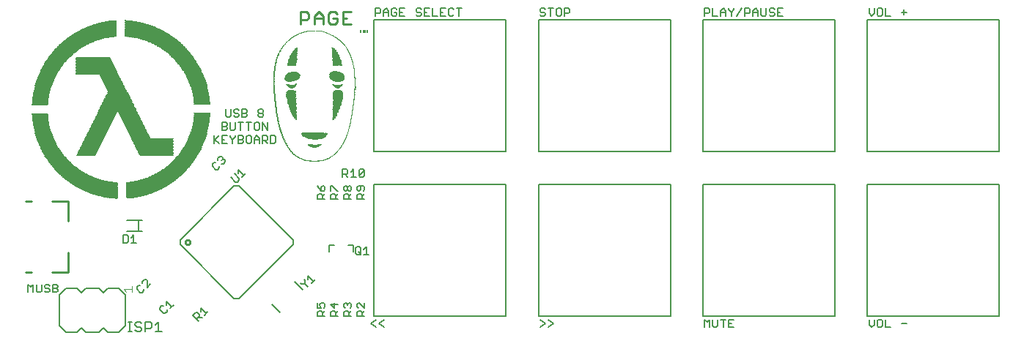
<source format=gto>
G75*
%MOIN*%
%OFA0B0*%
%FSLAX25Y25*%
%IPPOS*%
%LPD*%
%AMOC8*
5,1,8,0,0,1.08239X$1,22.5*
%
%ADD10C,0.00500*%
%ADD11R,0.00100X0.00100*%
%ADD12R,0.02400X0.00100*%
%ADD13R,0.02000X0.00100*%
%ADD14R,0.00700X0.00100*%
%ADD15R,0.01400X0.00100*%
%ADD16R,0.01100X0.00100*%
%ADD17R,0.01000X0.00100*%
%ADD18R,0.00800X0.00100*%
%ADD19R,0.00600X0.00100*%
%ADD20R,0.00500X0.00100*%
%ADD21R,0.00400X0.00100*%
%ADD22R,0.00300X0.00100*%
%ADD23R,0.00200X0.00100*%
%ADD24R,0.02800X0.00100*%
%ADD25R,0.03400X0.00100*%
%ADD26R,0.03800X0.00100*%
%ADD27R,0.04300X0.00100*%
%ADD28R,0.04700X0.00100*%
%ADD29R,0.05000X0.00100*%
%ADD30R,0.05300X0.00100*%
%ADD31R,0.05600X0.00100*%
%ADD32R,0.05800X0.00100*%
%ADD33R,0.02900X0.00100*%
%ADD34R,0.02100X0.00100*%
%ADD35R,0.02300X0.00100*%
%ADD36R,0.01900X0.00100*%
%ADD37R,0.01700X0.00100*%
%ADD38R,0.03900X0.00100*%
%ADD39R,0.04900X0.00100*%
%ADD40R,0.05900X0.00100*%
%ADD41R,0.06600X0.00100*%
%ADD42R,0.07100X0.00100*%
%ADD43R,0.07600X0.00100*%
%ADD44R,0.08200X0.00100*%
%ADD45R,0.08500X0.00100*%
%ADD46R,0.08900X0.00100*%
%ADD47R,0.09300X0.00100*%
%ADD48R,0.09500X0.00100*%
%ADD49R,0.09800X0.00100*%
%ADD50R,0.10100X0.00100*%
%ADD51R,0.10400X0.00100*%
%ADD52R,0.10600X0.00100*%
%ADD53R,0.10800X0.00100*%
%ADD54R,0.11000X0.00100*%
%ADD55R,0.11200X0.00100*%
%ADD56R,0.11300X0.00100*%
%ADD57R,0.11400X0.00100*%
%ADD58R,0.11600X0.00100*%
%ADD59R,0.11700X0.00100*%
%ADD60R,0.11900X0.00100*%
%ADD61R,0.12000X0.00100*%
%ADD62R,0.12100X0.00100*%
%ADD63R,0.08100X0.00100*%
%ADD64R,0.00900X0.00100*%
%ADD65R,0.01200X0.00100*%
%ADD66R,0.01300X0.00100*%
%ADD67R,0.01500X0.00100*%
%ADD68R,0.01600X0.00100*%
%ADD69R,0.01800X0.00100*%
%ADD70R,0.02200X0.00100*%
%ADD71R,0.02500X0.00100*%
%ADD72R,0.02700X0.00100*%
%ADD73R,0.02600X0.00100*%
%ADD74R,0.03000X0.00100*%
%ADD75R,0.03100X0.00100*%
%ADD76R,0.03200X0.00100*%
%ADD77R,0.03300X0.00100*%
%ADD78R,0.03500X0.00100*%
%ADD79R,0.03600X0.00100*%
%ADD80R,0.03700X0.00100*%
%ADD81R,0.04000X0.00100*%
%ADD82R,0.04100X0.00100*%
%ADD83R,0.04200X0.00100*%
%ADD84R,0.04400X0.00100*%
%ADD85R,0.04500X0.00100*%
%ADD86R,0.04600X0.00100*%
%ADD87R,0.04800X0.00100*%
%ADD88R,0.05100X0.00100*%
%ADD89R,0.05400X0.00100*%
%ADD90R,0.05700X0.00100*%
%ADD91R,0.06100X0.00100*%
%ADD92R,0.06000X0.00100*%
%ADD93R,0.06200X0.00100*%
%ADD94R,0.06300X0.00100*%
%ADD95R,0.06400X0.00100*%
%ADD96R,0.06500X0.00100*%
%ADD97R,0.06700X0.00100*%
%ADD98R,0.06900X0.00100*%
%ADD99R,0.06800X0.00100*%
%ADD100R,0.07000X0.00100*%
%ADD101R,0.05500X0.00100*%
%ADD102R,0.05200X0.00100*%
%ADD103R,0.07200X0.00100*%
%ADD104R,0.07500X0.00100*%
%ADD105R,0.07300X0.00100*%
%ADD106R,0.07900X0.00100*%
%ADD107R,0.09100X0.00100*%
%ADD108R,0.09700X0.00100*%
%ADD109R,0.08600X0.00100*%
%ADD110R,0.10300X0.00100*%
%ADD111R,0.10500X0.00100*%
%ADD112R,0.10900X0.00100*%
%ADD113R,0.09900X0.00100*%
%ADD114R,0.11100X0.00100*%
%ADD115R,0.10200X0.00100*%
%ADD116R,0.11500X0.00100*%
%ADD117R,0.12400X0.00100*%
%ADD118R,0.12600X0.00100*%
%ADD119R,0.12800X0.00100*%
%ADD120R,0.13100X0.00100*%
%ADD121R,0.13300X0.00100*%
%ADD122R,0.12500X0.00100*%
%ADD123R,0.13800X0.00100*%
%ADD124R,0.13000X0.00100*%
%ADD125R,0.14200X0.00100*%
%ADD126R,0.13200X0.00100*%
%ADD127R,0.14300X0.00100*%
%ADD128R,0.13400X0.00100*%
%ADD129R,0.14700X0.00100*%
%ADD130R,0.13700X0.00100*%
%ADD131R,0.14800X0.00100*%
%ADD132R,0.13900X0.00100*%
%ADD133R,0.15100X0.00100*%
%ADD134R,0.14100X0.00100*%
%ADD135R,0.15300X0.00100*%
%ADD136R,0.14500X0.00100*%
%ADD137R,0.15500X0.00100*%
%ADD138R,0.14600X0.00100*%
%ADD139R,0.15700X0.00100*%
%ADD140R,0.14900X0.00100*%
%ADD141R,0.16000X0.00100*%
%ADD142R,0.15000X0.00100*%
%ADD143R,0.16200X0.00100*%
%ADD144R,0.16300X0.00100*%
%ADD145R,0.15400X0.00100*%
%ADD146R,0.16600X0.00100*%
%ADD147R,0.16700X0.00100*%
%ADD148R,0.15800X0.00100*%
%ADD149R,0.16900X0.00100*%
%ADD150R,0.17200X0.00100*%
%ADD151R,0.17300X0.00100*%
%ADD152R,0.16400X0.00100*%
%ADD153R,0.17600X0.00100*%
%ADD154R,0.17900X0.00100*%
%ADD155R,0.17000X0.00100*%
%ADD156R,0.18000X0.00100*%
%ADD157R,0.17100X0.00100*%
%ADD158R,0.18300X0.00100*%
%ADD159R,0.18500X0.00100*%
%ADD160R,0.18700X0.00100*%
%ADD161R,0.19000X0.00100*%
%ADD162R,0.18200X0.00100*%
%ADD163R,0.19400X0.00100*%
%ADD164R,0.18400X0.00100*%
%ADD165R,0.19700X0.00100*%
%ADD166R,0.19600X0.00100*%
%ADD167R,0.20000X0.00100*%
%ADD168R,0.18900X0.00100*%
%ADD169R,0.20100X0.00100*%
%ADD170R,0.19300X0.00100*%
%ADD171R,0.20300X0.00100*%
%ADD172R,0.19200X0.00100*%
%ADD173R,0.20500X0.00100*%
%ADD174R,0.20800X0.00100*%
%ADD175R,0.19900X0.00100*%
%ADD176R,0.20900X0.00100*%
%ADD177R,0.21100X0.00100*%
%ADD178R,0.21400X0.00100*%
%ADD179R,0.20400X0.00100*%
%ADD180R,0.21600X0.00100*%
%ADD181R,0.20700X0.00100*%
%ADD182R,0.21200X0.00100*%
%ADD183R,0.18800X0.00100*%
%ADD184R,0.17700X0.00100*%
%ADD185R,0.17400X0.00100*%
%ADD186R,0.16100X0.00100*%
%ADD187R,0.15600X0.00100*%
%ADD188R,0.14400X0.00100*%
%ADD189R,0.14000X0.00100*%
%ADD190R,0.13600X0.00100*%
%ADD191R,0.13500X0.00100*%
%ADD192R,0.12900X0.00100*%
%ADD193R,0.12700X0.00100*%
%ADD194R,0.12300X0.00100*%
%ADD195R,0.12200X0.00100*%
%ADD196R,0.11800X0.00100*%
%ADD197R,0.10700X0.00100*%
%ADD198R,0.10000X0.00100*%
%ADD199R,0.09600X0.00100*%
%ADD200R,0.09400X0.00100*%
%ADD201R,0.09200X0.00100*%
%ADD202R,0.09000X0.00100*%
%ADD203R,0.08800X0.00100*%
%ADD204R,0.08700X0.00100*%
%ADD205R,0.15900X0.00100*%
%ADD206R,0.08400X0.00100*%
%ADD207R,0.16500X0.00100*%
%ADD208R,0.08300X0.00100*%
%ADD209R,0.16800X0.00100*%
%ADD210R,0.17500X0.00100*%
%ADD211R,0.17800X0.00100*%
%ADD212R,0.08000X0.00100*%
%ADD213R,0.18100X0.00100*%
%ADD214R,0.18600X0.00100*%
%ADD215R,0.07800X0.00100*%
%ADD216R,0.19100X0.00100*%
%ADD217R,0.07700X0.00100*%
%ADD218R,0.07400X0.00100*%
%ADD219R,0.15200X0.00100*%
%ADD220R,0.20200X0.00100*%
%ADD221R,0.21000X0.00100*%
%ADD222R,0.21300X0.00100*%
%ADD223R,0.20600X0.00100*%
%ADD224R,0.19500X0.00100*%
%ADD225R,0.19800X0.00100*%
%ADD226C,0.00800*%
%ADD227C,0.01000*%
%ADD228C,0.00300*%
%ADD229C,0.00600*%
%ADD230R,0.00591X0.01181*%
%ADD231R,0.01181X0.01181*%
%ADD232C,0.01100*%
D10*
X0031472Y0006598D02*
X0031472Y0020598D01*
X0034472Y0023598D01*
X0039472Y0023598D01*
X0041472Y0021598D01*
X0043472Y0023598D01*
X0049472Y0023598D01*
X0051472Y0021598D01*
X0053472Y0023598D01*
X0058472Y0023598D01*
X0061472Y0020598D01*
X0061472Y0006598D01*
X0058472Y0003598D01*
X0053472Y0003598D01*
X0051472Y0005598D01*
X0049472Y0003598D01*
X0043472Y0003598D01*
X0041472Y0005598D01*
X0039472Y0003598D01*
X0034472Y0003598D01*
X0031472Y0006598D01*
X0030023Y0021848D02*
X0028272Y0021848D01*
X0028272Y0025351D01*
X0030023Y0025351D01*
X0030607Y0024767D01*
X0030607Y0024184D01*
X0030023Y0023600D01*
X0028272Y0023600D01*
X0026924Y0023016D02*
X0026924Y0022432D01*
X0026340Y0021848D01*
X0025173Y0021848D01*
X0024589Y0022432D01*
X0025173Y0023600D02*
X0026340Y0023600D01*
X0026924Y0023016D01*
X0025173Y0023600D02*
X0024589Y0024184D01*
X0024589Y0024767D01*
X0025173Y0025351D01*
X0026340Y0025351D01*
X0026924Y0024767D01*
X0030023Y0023600D02*
X0030607Y0023016D01*
X0030607Y0022432D01*
X0030023Y0021848D01*
X0023241Y0022432D02*
X0023241Y0025351D01*
X0020906Y0025351D02*
X0020906Y0022432D01*
X0021489Y0021848D01*
X0022657Y0021848D01*
X0023241Y0022432D01*
X0019558Y0021848D02*
X0019558Y0025351D01*
X0018390Y0024184D01*
X0017222Y0025351D01*
X0017222Y0021848D01*
X0066578Y0023357D02*
X0068230Y0021706D01*
X0069055Y0021706D01*
X0069881Y0022532D01*
X0069881Y0023357D01*
X0071247Y0023898D02*
X0071247Y0027200D01*
X0070834Y0027613D01*
X0070008Y0027613D01*
X0069183Y0026787D01*
X0069183Y0025962D01*
X0068230Y0025009D02*
X0067404Y0025009D01*
X0066578Y0024183D01*
X0066578Y0023357D01*
X0071247Y0023898D02*
X0072898Y0025549D01*
X0079975Y0017780D02*
X0082452Y0015303D01*
X0081627Y0014478D02*
X0083278Y0016129D01*
X0079975Y0016129D02*
X0079975Y0017780D01*
X0078609Y0015589D02*
X0077784Y0015589D01*
X0076958Y0014763D01*
X0076958Y0013937D01*
X0078609Y0012286D01*
X0079435Y0012286D01*
X0080261Y0013112D01*
X0080261Y0013937D01*
X0092165Y0011270D02*
X0093404Y0012509D01*
X0094230Y0012509D01*
X0095055Y0011683D01*
X0095055Y0010857D01*
X0093817Y0009619D01*
X0094642Y0010445D02*
X0096294Y0010445D01*
X0097247Y0011398D02*
X0098898Y0013049D01*
X0098072Y0012223D02*
X0095595Y0014700D01*
X0095595Y0013049D01*
X0092165Y0011270D02*
X0094642Y0008793D01*
X0140981Y0025964D02*
X0141394Y0025552D01*
X0143045Y0025552D01*
X0144283Y0024313D01*
X0143045Y0025552D02*
X0143045Y0027203D01*
X0142632Y0027616D01*
X0144411Y0027743D02*
X0144411Y0029394D01*
X0146888Y0026917D01*
X0146062Y0026092D02*
X0147713Y0027743D01*
X0148719Y0017000D02*
X0148719Y0014665D01*
X0150471Y0014665D01*
X0149887Y0015833D01*
X0149887Y0016417D01*
X0150471Y0017000D01*
X0151639Y0017000D01*
X0152222Y0016417D01*
X0152222Y0015249D01*
X0151639Y0014665D01*
X0152222Y0013317D02*
X0151055Y0012150D01*
X0151055Y0012733D02*
X0151055Y0010982D01*
X0152222Y0010982D02*
X0148719Y0010982D01*
X0148719Y0012733D01*
X0149303Y0013317D01*
X0150471Y0013317D01*
X0151055Y0012733D01*
X0154719Y0012733D02*
X0154719Y0010982D01*
X0158222Y0010982D01*
X0157055Y0010982D02*
X0157055Y0012733D01*
X0156471Y0013317D01*
X0155303Y0013317D01*
X0154719Y0012733D01*
X0157055Y0012150D02*
X0158222Y0013317D01*
X0156471Y0014665D02*
X0156471Y0017000D01*
X0158222Y0016417D02*
X0154719Y0016417D01*
X0156471Y0014665D01*
X0160719Y0015249D02*
X0160719Y0016417D01*
X0161303Y0017000D01*
X0161887Y0017000D01*
X0162471Y0016417D01*
X0163055Y0017000D01*
X0163639Y0017000D01*
X0164222Y0016417D01*
X0164222Y0015249D01*
X0163639Y0014665D01*
X0164222Y0013317D02*
X0163055Y0012150D01*
X0163055Y0012733D02*
X0163055Y0010982D01*
X0164222Y0010982D02*
X0160719Y0010982D01*
X0160719Y0012733D01*
X0161303Y0013317D01*
X0162471Y0013317D01*
X0163055Y0012733D01*
X0161303Y0014665D02*
X0160719Y0015249D01*
X0162471Y0015833D02*
X0162471Y0016417D01*
X0166719Y0016417D02*
X0166719Y0015249D01*
X0167303Y0014665D01*
X0167303Y0013317D02*
X0168471Y0013317D01*
X0169055Y0012733D01*
X0169055Y0010982D01*
X0170222Y0010982D02*
X0166719Y0010982D01*
X0166719Y0012733D01*
X0167303Y0013317D01*
X0169055Y0012150D02*
X0170222Y0013317D01*
X0170222Y0014665D02*
X0167887Y0017000D01*
X0167303Y0017000D01*
X0166719Y0016417D01*
X0170222Y0017000D02*
X0170222Y0014665D01*
X0174449Y0011094D02*
X0174449Y0071094D01*
X0234449Y0071094D01*
X0234449Y0011094D01*
X0174449Y0011094D01*
X0175538Y0009414D02*
X0173203Y0007663D01*
X0175538Y0005911D01*
X0176886Y0007663D02*
X0179221Y0005911D01*
X0176886Y0007663D02*
X0179221Y0009414D01*
X0249252Y0011094D02*
X0249252Y0071094D01*
X0309252Y0071094D01*
X0309252Y0011094D01*
X0249252Y0011094D01*
X0249974Y0009414D02*
X0252310Y0007663D01*
X0249974Y0005911D01*
X0253658Y0005911D02*
X0255993Y0007663D01*
X0253658Y0009414D01*
X0324055Y0011094D02*
X0324055Y0071094D01*
X0384055Y0071094D01*
X0384055Y0011094D01*
X0324055Y0011094D01*
X0324778Y0009414D02*
X0325945Y0008247D01*
X0327113Y0009414D01*
X0327113Y0005911D01*
X0328461Y0006495D02*
X0329045Y0005911D01*
X0330212Y0005911D01*
X0330796Y0006495D01*
X0330796Y0009414D01*
X0332144Y0009414D02*
X0334479Y0009414D01*
X0333312Y0009414D02*
X0333312Y0005911D01*
X0335827Y0005911D02*
X0338162Y0005911D01*
X0336995Y0007663D02*
X0335827Y0007663D01*
X0335827Y0009414D02*
X0335827Y0005911D01*
X0328461Y0006495D02*
X0328461Y0009414D01*
X0324778Y0009414D02*
X0324778Y0005911D01*
X0335827Y0009414D02*
X0338162Y0009414D01*
X0398858Y0011094D02*
X0398858Y0071094D01*
X0458858Y0071094D01*
X0458858Y0011094D01*
X0398858Y0011094D01*
X0399581Y0009414D02*
X0399581Y0007079D01*
X0400748Y0005911D01*
X0401916Y0007079D01*
X0401916Y0009414D01*
X0403264Y0008830D02*
X0403264Y0006495D01*
X0403848Y0005911D01*
X0405015Y0005911D01*
X0405599Y0006495D01*
X0405599Y0008830D01*
X0405015Y0009414D01*
X0403848Y0009414D01*
X0403264Y0008830D01*
X0406947Y0009414D02*
X0406947Y0005911D01*
X0409282Y0005911D01*
X0414313Y0007663D02*
X0416649Y0007663D01*
X0398858Y0085898D02*
X0398858Y0145898D01*
X0458858Y0145898D01*
X0458858Y0085898D01*
X0398858Y0085898D01*
X0384055Y0085898D02*
X0324055Y0085898D01*
X0324055Y0145898D01*
X0384055Y0145898D01*
X0384055Y0085898D01*
X0309252Y0085898D02*
X0249252Y0085898D01*
X0249252Y0145898D01*
X0309252Y0145898D01*
X0309252Y0085898D01*
X0234449Y0085898D02*
X0174449Y0085898D01*
X0174449Y0145898D01*
X0234449Y0145898D01*
X0234449Y0085898D01*
X0169924Y0077267D02*
X0167589Y0074932D01*
X0168173Y0074348D01*
X0169340Y0074348D01*
X0169924Y0074932D01*
X0169924Y0077267D01*
X0169340Y0077851D01*
X0168173Y0077851D01*
X0167589Y0077267D01*
X0167589Y0074932D01*
X0166241Y0074348D02*
X0163906Y0074348D01*
X0165073Y0074348D02*
X0165073Y0077851D01*
X0163906Y0076684D01*
X0162558Y0077267D02*
X0162558Y0076100D01*
X0161974Y0075516D01*
X0160222Y0075516D01*
X0160222Y0074348D02*
X0160222Y0077851D01*
X0161974Y0077851D01*
X0162558Y0077267D01*
X0161390Y0075516D02*
X0162558Y0074348D01*
X0163055Y0070367D02*
X0163639Y0070367D01*
X0164222Y0069783D01*
X0164222Y0068615D01*
X0163639Y0068031D01*
X0163055Y0068031D01*
X0162471Y0068615D01*
X0162471Y0069783D01*
X0163055Y0070367D01*
X0162471Y0069783D02*
X0161887Y0070367D01*
X0161303Y0070367D01*
X0160719Y0069783D01*
X0160719Y0068615D01*
X0161303Y0068031D01*
X0161887Y0068031D01*
X0162471Y0068615D01*
X0162471Y0066684D02*
X0161303Y0066684D01*
X0160719Y0066100D01*
X0160719Y0064348D01*
X0164222Y0064348D01*
X0163055Y0064348D02*
X0163055Y0066100D01*
X0162471Y0066684D01*
X0163055Y0065516D02*
X0164222Y0066684D01*
X0166719Y0066100D02*
X0167303Y0066684D01*
X0168471Y0066684D01*
X0169055Y0066100D01*
X0169055Y0064348D01*
X0170222Y0064348D02*
X0166719Y0064348D01*
X0166719Y0066100D01*
X0169055Y0065516D02*
X0170222Y0066684D01*
X0169639Y0068031D02*
X0170222Y0068615D01*
X0170222Y0069783D01*
X0169639Y0070367D01*
X0167303Y0070367D01*
X0166719Y0069783D01*
X0166719Y0068615D01*
X0167303Y0068031D01*
X0167887Y0068031D01*
X0168471Y0068615D01*
X0168471Y0070367D01*
X0158222Y0068031D02*
X0157639Y0068031D01*
X0155303Y0070367D01*
X0154719Y0070367D01*
X0154719Y0068031D01*
X0155303Y0066684D02*
X0156471Y0066684D01*
X0157055Y0066100D01*
X0157055Y0064348D01*
X0158222Y0064348D02*
X0154719Y0064348D01*
X0154719Y0066100D01*
X0155303Y0066684D01*
X0157055Y0065516D02*
X0158222Y0066684D01*
X0152222Y0066684D02*
X0151055Y0065516D01*
X0151055Y0066100D02*
X0151055Y0064348D01*
X0152222Y0064348D02*
X0148719Y0064348D01*
X0148719Y0066100D01*
X0149303Y0066684D01*
X0150471Y0066684D01*
X0151055Y0066100D01*
X0151639Y0068031D02*
X0152222Y0068615D01*
X0152222Y0069783D01*
X0151639Y0070367D01*
X0151055Y0070367D01*
X0150471Y0069783D01*
X0150471Y0068031D01*
X0151639Y0068031D01*
X0150471Y0068031D02*
X0149303Y0069199D01*
X0148719Y0070367D01*
X0116115Y0075965D02*
X0114464Y0074314D01*
X0115290Y0075139D02*
X0112813Y0077616D01*
X0112813Y0075965D01*
X0111034Y0075838D02*
X0113098Y0073773D01*
X0113098Y0072948D01*
X0112273Y0072122D01*
X0111447Y0072122D01*
X0109383Y0074186D01*
X0104205Y0078600D02*
X0103379Y0077775D01*
X0102554Y0077775D01*
X0100902Y0079426D01*
X0100902Y0080252D01*
X0101728Y0081077D01*
X0102554Y0081077D01*
X0103507Y0082030D02*
X0103507Y0082856D01*
X0104332Y0083682D01*
X0105158Y0083682D01*
X0105571Y0083269D01*
X0105571Y0082443D01*
X0106397Y0082443D01*
X0106809Y0082030D01*
X0106809Y0081205D01*
X0105984Y0080379D01*
X0105158Y0080379D01*
X0104205Y0079426D02*
X0104205Y0078600D01*
X0105158Y0082030D02*
X0105571Y0082443D01*
X0105273Y0089648D02*
X0107608Y0089648D01*
X0106441Y0091400D02*
X0105273Y0091400D01*
X0105273Y0093151D02*
X0105273Y0089648D01*
X0103925Y0089648D02*
X0102174Y0091400D01*
X0101590Y0090816D02*
X0103925Y0093151D01*
X0105273Y0093151D02*
X0107608Y0093151D01*
X0108956Y0093151D02*
X0108956Y0092567D01*
X0110124Y0091400D01*
X0110124Y0089648D01*
X0110124Y0091400D02*
X0111291Y0092567D01*
X0111291Y0093151D01*
X0112639Y0093151D02*
X0114391Y0093151D01*
X0114975Y0092567D01*
X0114975Y0091984D01*
X0114391Y0091400D01*
X0112639Y0091400D01*
X0112639Y0093151D02*
X0112639Y0089648D01*
X0114391Y0089648D01*
X0114975Y0090232D01*
X0114975Y0090816D01*
X0114391Y0091400D01*
X0116322Y0092567D02*
X0116322Y0090232D01*
X0116906Y0089648D01*
X0118074Y0089648D01*
X0118658Y0090232D01*
X0118658Y0092567D01*
X0118074Y0093151D01*
X0116906Y0093151D01*
X0116322Y0092567D01*
X0120006Y0091984D02*
X0121173Y0093151D01*
X0122341Y0091984D01*
X0122341Y0089648D01*
X0123689Y0089648D02*
X0123689Y0093151D01*
X0125440Y0093151D01*
X0126024Y0092567D01*
X0126024Y0091400D01*
X0125440Y0090816D01*
X0123689Y0090816D01*
X0124856Y0090816D02*
X0126024Y0089648D01*
X0127372Y0089648D02*
X0129123Y0089648D01*
X0129707Y0090232D01*
X0129707Y0092567D01*
X0129123Y0093151D01*
X0127372Y0093151D01*
X0127372Y0089648D01*
X0122341Y0091400D02*
X0120006Y0091400D01*
X0120006Y0091984D02*
X0120006Y0089648D01*
X0120589Y0095648D02*
X0120006Y0096232D01*
X0120006Y0098567D01*
X0120589Y0099151D01*
X0121757Y0099151D01*
X0122341Y0098567D01*
X0122341Y0096232D01*
X0121757Y0095648D01*
X0120589Y0095648D01*
X0117490Y0095648D02*
X0117490Y0099151D01*
X0116322Y0099151D02*
X0118658Y0099151D01*
X0114975Y0099151D02*
X0112639Y0099151D01*
X0113807Y0099151D02*
X0113807Y0095648D01*
X0111291Y0096232D02*
X0111291Y0099151D01*
X0108956Y0099151D02*
X0108956Y0096232D01*
X0109540Y0095648D01*
X0110708Y0095648D01*
X0111291Y0096232D01*
X0107608Y0096232D02*
X0107024Y0095648D01*
X0105273Y0095648D01*
X0105273Y0099151D01*
X0107024Y0099151D01*
X0107608Y0098567D01*
X0107608Y0097984D01*
X0107024Y0097400D01*
X0105273Y0097400D01*
X0107024Y0097400D02*
X0107608Y0096816D01*
X0107608Y0096232D01*
X0101590Y0093151D02*
X0101590Y0089648D01*
X0123689Y0095648D02*
X0123689Y0099151D01*
X0126024Y0095648D01*
X0126024Y0099151D01*
X0123599Y0101648D02*
X0122431Y0101648D01*
X0121847Y0102232D01*
X0121847Y0102816D01*
X0122431Y0103400D01*
X0123599Y0103400D01*
X0124182Y0102816D01*
X0124182Y0102232D01*
X0123599Y0101648D01*
X0123599Y0103400D02*
X0124182Y0103984D01*
X0124182Y0104567D01*
X0123599Y0105151D01*
X0122431Y0105151D01*
X0121847Y0104567D01*
X0121847Y0103984D01*
X0122431Y0103400D01*
X0116816Y0103984D02*
X0116816Y0104567D01*
X0116232Y0105151D01*
X0114481Y0105151D01*
X0114481Y0101648D01*
X0116232Y0101648D01*
X0116816Y0102232D01*
X0116816Y0102816D01*
X0116232Y0103400D01*
X0114481Y0103400D01*
X0113133Y0102816D02*
X0112549Y0103400D01*
X0111382Y0103400D01*
X0110798Y0103984D01*
X0110798Y0104567D01*
X0111382Y0105151D01*
X0112549Y0105151D01*
X0113133Y0104567D01*
X0116232Y0103400D02*
X0116816Y0103984D01*
X0113133Y0102816D02*
X0113133Y0102232D01*
X0112549Y0101648D01*
X0111382Y0101648D01*
X0110798Y0102232D01*
X0109450Y0102232D02*
X0109450Y0105151D01*
X0107115Y0105151D02*
X0107115Y0102232D01*
X0107698Y0101648D01*
X0108866Y0101648D01*
X0109450Y0102232D01*
X0175171Y0147644D02*
X0175171Y0151147D01*
X0176923Y0151147D01*
X0177507Y0150563D01*
X0177507Y0149395D01*
X0176923Y0148811D01*
X0175171Y0148811D01*
X0178854Y0149395D02*
X0181190Y0149395D01*
X0181190Y0149979D02*
X0181190Y0147644D01*
X0182538Y0148227D02*
X0183121Y0147644D01*
X0184289Y0147644D01*
X0184873Y0148227D01*
X0184873Y0149395D01*
X0183705Y0149395D01*
X0182538Y0150563D02*
X0182538Y0148227D01*
X0181190Y0149979D02*
X0180022Y0151147D01*
X0178854Y0149979D01*
X0178854Y0147644D01*
X0182538Y0150563D02*
X0183121Y0151147D01*
X0184289Y0151147D01*
X0184873Y0150563D01*
X0186221Y0151147D02*
X0186221Y0147644D01*
X0188556Y0147644D01*
X0187388Y0149395D02*
X0186221Y0149395D01*
X0186221Y0151147D02*
X0188556Y0151147D01*
X0193587Y0150563D02*
X0193587Y0149979D01*
X0194171Y0149395D01*
X0195338Y0149395D01*
X0195922Y0148811D01*
X0195922Y0148227D01*
X0195338Y0147644D01*
X0194171Y0147644D01*
X0193587Y0148227D01*
X0193587Y0150563D02*
X0194171Y0151147D01*
X0195338Y0151147D01*
X0195922Y0150563D01*
X0197270Y0151147D02*
X0197270Y0147644D01*
X0199605Y0147644D01*
X0200953Y0147644D02*
X0203289Y0147644D01*
X0204636Y0147644D02*
X0206972Y0147644D01*
X0208320Y0148227D02*
X0208320Y0150563D01*
X0208903Y0151147D01*
X0210071Y0151147D01*
X0210655Y0150563D01*
X0212003Y0151147D02*
X0214338Y0151147D01*
X0213170Y0151147D02*
X0213170Y0147644D01*
X0210655Y0148227D02*
X0210071Y0147644D01*
X0208903Y0147644D01*
X0208320Y0148227D01*
X0205804Y0149395D02*
X0204636Y0149395D01*
X0204636Y0147644D02*
X0204636Y0151147D01*
X0206972Y0151147D01*
X0200953Y0151147D02*
X0200953Y0147644D01*
X0198438Y0149395D02*
X0197270Y0149395D01*
X0197270Y0151147D02*
X0199605Y0151147D01*
X0249974Y0150563D02*
X0249974Y0149979D01*
X0250558Y0149395D01*
X0251726Y0149395D01*
X0252310Y0148811D01*
X0252310Y0148227D01*
X0251726Y0147644D01*
X0250558Y0147644D01*
X0249974Y0148227D01*
X0249974Y0150563D02*
X0250558Y0151147D01*
X0251726Y0151147D01*
X0252310Y0150563D01*
X0253658Y0151147D02*
X0255993Y0151147D01*
X0254825Y0151147D02*
X0254825Y0147644D01*
X0257341Y0148227D02*
X0257925Y0147644D01*
X0259092Y0147644D01*
X0259676Y0148227D01*
X0259676Y0150563D01*
X0259092Y0151147D01*
X0257925Y0151147D01*
X0257341Y0150563D01*
X0257341Y0148227D01*
X0261024Y0147644D02*
X0261024Y0151147D01*
X0262775Y0151147D01*
X0263359Y0150563D01*
X0263359Y0149395D01*
X0262775Y0148811D01*
X0261024Y0148811D01*
X0324778Y0148811D02*
X0326529Y0148811D01*
X0327113Y0149395D01*
X0327113Y0150563D01*
X0326529Y0151147D01*
X0324778Y0151147D01*
X0324778Y0147644D01*
X0328461Y0147644D02*
X0330796Y0147644D01*
X0332144Y0147644D02*
X0332144Y0149979D01*
X0333312Y0151147D01*
X0334479Y0149979D01*
X0334479Y0147644D01*
X0334479Y0149395D02*
X0332144Y0149395D01*
X0335827Y0150563D02*
X0335827Y0151147D01*
X0335827Y0150563D02*
X0336995Y0149395D01*
X0336995Y0147644D01*
X0336995Y0149395D02*
X0338162Y0150563D01*
X0338162Y0151147D01*
X0341845Y0151147D02*
X0339510Y0147644D01*
X0343193Y0147644D02*
X0343193Y0151147D01*
X0344945Y0151147D01*
X0345529Y0150563D01*
X0345529Y0149395D01*
X0344945Y0148811D01*
X0343193Y0148811D01*
X0346876Y0149395D02*
X0349212Y0149395D01*
X0349212Y0149979D02*
X0349212Y0147644D01*
X0350560Y0148227D02*
X0351143Y0147644D01*
X0352311Y0147644D01*
X0352895Y0148227D01*
X0352895Y0151147D01*
X0354243Y0150563D02*
X0354827Y0151147D01*
X0355994Y0151147D01*
X0356578Y0150563D01*
X0355994Y0149395D02*
X0356578Y0148811D01*
X0356578Y0148227D01*
X0355994Y0147644D01*
X0354827Y0147644D01*
X0354243Y0148227D01*
X0354827Y0149395D02*
X0355994Y0149395D01*
X0354827Y0149395D02*
X0354243Y0149979D01*
X0354243Y0150563D01*
X0357926Y0151147D02*
X0357926Y0147644D01*
X0360261Y0147644D01*
X0359094Y0149395D02*
X0357926Y0149395D01*
X0357926Y0151147D02*
X0360261Y0151147D01*
X0350560Y0151147D02*
X0350560Y0148227D01*
X0349212Y0149979D02*
X0348044Y0151147D01*
X0346876Y0149979D01*
X0346876Y0147644D01*
X0328461Y0147644D02*
X0328461Y0151147D01*
X0399581Y0151147D02*
X0399581Y0148811D01*
X0400748Y0147644D01*
X0401916Y0148811D01*
X0401916Y0151147D01*
X0403264Y0150563D02*
X0403264Y0148227D01*
X0403848Y0147644D01*
X0405015Y0147644D01*
X0405599Y0148227D01*
X0405599Y0150563D01*
X0405015Y0151147D01*
X0403848Y0151147D01*
X0403264Y0150563D01*
X0406947Y0151147D02*
X0406947Y0147644D01*
X0409282Y0147644D01*
X0414313Y0149395D02*
X0416649Y0149395D01*
X0415481Y0150563D02*
X0415481Y0148227D01*
X0170923Y0042551D02*
X0170923Y0039048D01*
X0169756Y0039048D02*
X0172091Y0039048D01*
X0169756Y0041384D02*
X0170923Y0042551D01*
X0168408Y0041967D02*
X0168408Y0039632D01*
X0167824Y0039048D01*
X0166656Y0039048D01*
X0166072Y0039632D01*
X0166072Y0041967D01*
X0166656Y0042551D01*
X0167824Y0042551D01*
X0168408Y0041967D01*
X0167240Y0040216D02*
X0168408Y0039048D01*
X0066375Y0044348D02*
X0064039Y0044348D01*
X0065207Y0044348D02*
X0065207Y0047851D01*
X0064039Y0046684D01*
X0062691Y0047267D02*
X0062108Y0047851D01*
X0060356Y0047851D01*
X0060356Y0044348D01*
X0062108Y0044348D01*
X0062691Y0044932D01*
X0062691Y0047267D01*
D11*
X0063072Y0064498D03*
X0065472Y0064798D03*
X0067172Y0065098D03*
X0068572Y0065398D03*
X0070172Y0065798D03*
X0072572Y0066498D03*
X0064072Y0071998D03*
X0063572Y0071898D03*
X0062372Y0071798D03*
X0065972Y0072298D03*
X0066372Y0072398D03*
X0068472Y0072898D03*
X0074172Y0075098D03*
X0056372Y0071798D03*
X0055672Y0071898D03*
X0055372Y0071898D03*
X0054872Y0071998D03*
X0053972Y0072098D03*
X0050772Y0072798D03*
X0050472Y0072898D03*
X0046872Y0066298D03*
X0044972Y0066998D03*
X0051572Y0065098D03*
X0052172Y0064998D03*
X0053372Y0064798D03*
X0055472Y0064498D03*
X0055872Y0064498D03*
X0057172Y0064398D03*
X0057372Y0064398D03*
X0057572Y0064398D03*
X0057772Y0064398D03*
X0077372Y0083998D03*
X0077272Y0091798D03*
X0077072Y0091798D03*
X0076872Y0091798D03*
X0076672Y0091798D03*
X0076472Y0091798D03*
X0075872Y0091798D03*
X0075272Y0091798D03*
X0074672Y0091798D03*
X0074172Y0091798D03*
X0073872Y0091798D03*
X0073372Y0091798D03*
X0073072Y0091798D03*
X0077472Y0091798D03*
X0077672Y0091798D03*
X0078272Y0091798D03*
X0078872Y0091798D03*
X0079072Y0091798D03*
X0079272Y0091798D03*
X0079472Y0091798D03*
X0079672Y0091798D03*
X0079872Y0091798D03*
X0080072Y0091798D03*
X0081872Y0091798D03*
X0082272Y0091798D03*
X0082772Y0091798D03*
X0092872Y0103298D03*
X0093072Y0103298D03*
X0093272Y0103298D03*
X0094072Y0103298D03*
X0094372Y0103298D03*
X0094572Y0103298D03*
X0094772Y0103298D03*
X0094972Y0103298D03*
X0095172Y0103298D03*
X0095372Y0103298D03*
X0095572Y0103298D03*
X0096172Y0103298D03*
X0096372Y0103298D03*
X0096872Y0103298D03*
X0097072Y0103298D03*
X0097272Y0103298D03*
X0098072Y0103298D03*
X0098272Y0103298D03*
X0098472Y0103298D03*
X0099172Y0103298D03*
X0099372Y0103298D03*
X0099572Y0103298D03*
X0099772Y0103298D03*
X0099672Y0107298D03*
X0099872Y0107298D03*
X0098972Y0107298D03*
X0098672Y0107298D03*
X0097872Y0107298D03*
X0096372Y0107298D03*
X0096172Y0107298D03*
X0095572Y0107298D03*
X0095372Y0107298D03*
X0094772Y0107298D03*
X0094572Y0107298D03*
X0093872Y0107298D03*
X0092772Y0107298D03*
X0135572Y0117698D03*
X0136072Y0117698D03*
X0137672Y0117898D03*
X0137272Y0115998D03*
X0137572Y0114698D03*
X0136872Y0114698D03*
X0136672Y0113698D03*
X0137272Y0113698D03*
X0139372Y0116698D03*
X0155672Y0116398D03*
X0157372Y0117698D03*
X0157272Y0113598D03*
X0157872Y0122198D03*
X0156772Y0122298D03*
X0137972Y0122098D03*
X0161672Y0133698D03*
X0161972Y0133298D03*
X0161272Y0134198D03*
X0160772Y0134798D03*
X0160472Y0135098D03*
X0160272Y0135298D03*
X0159872Y0135698D03*
X0159272Y0136198D03*
X0158972Y0136498D03*
X0158472Y0136898D03*
X0158172Y0137098D03*
X0157272Y0137698D03*
X0156972Y0137898D03*
X0155572Y0138698D03*
X0153872Y0139498D03*
X0149272Y0140698D03*
X0149172Y0140598D03*
X0147672Y0140798D03*
X0147472Y0140698D03*
X0079072Y0140498D03*
X0066372Y0137498D03*
X0064872Y0137798D03*
X0064172Y0137898D03*
X0063372Y0137998D03*
X0062472Y0138098D03*
X0061472Y0138198D03*
X0056472Y0138098D03*
X0054872Y0137898D03*
X0054572Y0137898D03*
X0052572Y0137498D03*
X0045472Y0143098D03*
X0051672Y0144798D03*
X0053972Y0145198D03*
X0061472Y0145498D03*
X0061672Y0145498D03*
X0063272Y0145398D03*
X0066172Y0144998D03*
X0076172Y0133698D03*
X0049172Y0120898D03*
X0049072Y0120998D03*
X0048872Y0120998D03*
X0048272Y0120998D03*
X0047672Y0120998D03*
X0046172Y0120998D03*
X0045672Y0120998D03*
X0045072Y0120998D03*
X0044472Y0120998D03*
X0042972Y0120998D03*
X0042472Y0120998D03*
X0041872Y0120998D03*
X0040972Y0120998D03*
X0040372Y0120998D03*
X0039572Y0120998D03*
X0025672Y0107098D03*
X0025072Y0107098D03*
X0024572Y0107098D03*
X0023172Y0107098D03*
X0022972Y0107098D03*
X0021672Y0107098D03*
X0021472Y0107098D03*
X0020872Y0107098D03*
X0020372Y0107098D03*
X0020172Y0107098D03*
X0019172Y0107098D03*
X0018972Y0107098D03*
X0019272Y0103098D03*
X0019572Y0103098D03*
X0019872Y0103098D03*
X0020072Y0103098D03*
X0020372Y0103098D03*
X0020672Y0103098D03*
X0020872Y0103098D03*
X0021272Y0103098D03*
X0021672Y0103098D03*
X0021872Y0103098D03*
X0022072Y0103098D03*
X0022472Y0103098D03*
X0022672Y0103098D03*
X0022972Y0103098D03*
X0023272Y0103098D03*
X0023472Y0103098D03*
X0023672Y0103098D03*
X0023872Y0103098D03*
X0024072Y0103098D03*
X0024372Y0103098D03*
X0024672Y0103098D03*
X0024872Y0103098D03*
X0025172Y0103098D03*
X0025572Y0103098D03*
X0025772Y0103098D03*
X0026072Y0103098D03*
X0139272Y0100198D03*
X0155772Y0100198D03*
X0163372Y0096598D03*
X0163072Y0095498D03*
X0162872Y0094798D03*
X0162772Y0094498D03*
X0162572Y0093898D03*
X0162472Y0093598D03*
X0162372Y0093298D03*
X0162272Y0092998D03*
X0162172Y0092798D03*
X0162072Y0092498D03*
X0161972Y0092198D03*
X0161872Y0091998D03*
X0161672Y0091498D03*
X0161572Y0091298D03*
X0161372Y0090898D03*
X0161272Y0090598D03*
X0160972Y0090098D03*
X0160872Y0089898D03*
X0160772Y0089698D03*
X0160672Y0089498D03*
X0160472Y0089198D03*
X0160372Y0088998D03*
X0160172Y0088698D03*
X0160072Y0088498D03*
X0159872Y0088198D03*
X0159572Y0087798D03*
X0159372Y0087498D03*
X0159072Y0087098D03*
X0158672Y0086598D03*
X0158072Y0085898D03*
X0157872Y0085698D03*
X0156672Y0084498D03*
X0150472Y0081698D03*
X0149972Y0081598D03*
X0149172Y0081498D03*
X0148072Y0081398D03*
X0146172Y0081298D03*
X0145972Y0081498D03*
X0145872Y0081298D03*
X0145072Y0081598D03*
X0144472Y0081498D03*
X0143972Y0081798D03*
X0143072Y0081798D03*
X0147072Y0087698D03*
X0147372Y0087698D03*
X0147572Y0087698D03*
X0148172Y0088798D03*
X0145472Y0089098D03*
X0146872Y0091398D03*
X0147072Y0091398D03*
X0145672Y0094298D03*
X0145172Y0094298D03*
X0144772Y0094298D03*
X0144472Y0094298D03*
X0143972Y0094298D03*
X0150672Y0094198D03*
X0150872Y0094198D03*
X0151172Y0094198D03*
X0152572Y0094198D03*
X0152872Y0094198D03*
D12*
X0156922Y0103498D03*
X0157022Y0103798D03*
X0138022Y0103498D03*
X0138022Y0103398D03*
X0147522Y0081298D03*
X0138322Y0130598D03*
X0138322Y0130698D03*
X0156622Y0130898D03*
X0156722Y0130798D03*
X0056022Y0145298D03*
D13*
X0138522Y0131198D03*
X0156422Y0131498D03*
X0156522Y0131298D03*
X0138222Y0121998D03*
X0137122Y0114898D03*
X0136922Y0113598D03*
X0157922Y0114998D03*
X0156722Y0102698D03*
X0156722Y0102598D03*
X0138222Y0102698D03*
X0147422Y0087798D03*
X0146122Y0081398D03*
D14*
X0147572Y0081398D03*
X0151372Y0081798D03*
X0142772Y0081998D03*
X0142472Y0082098D03*
X0141872Y0082298D03*
X0150172Y0094198D03*
X0138972Y0100698D03*
X0138872Y0116198D03*
X0135072Y0116298D03*
X0156072Y0116198D03*
X0159872Y0116198D03*
X0155772Y0132798D03*
X0139272Y0132698D03*
X0144872Y0140598D03*
X0077872Y0083998D03*
X0062272Y0064498D03*
D15*
X0148922Y0081398D03*
X0156422Y0101498D03*
X0156422Y0101598D03*
X0138622Y0101598D03*
X0138622Y0101498D03*
X0137122Y0114798D03*
X0159422Y0115998D03*
X0156122Y0132198D03*
X0138922Y0131998D03*
D16*
X0155972Y0132498D03*
X0148572Y0140698D03*
X0156272Y0101098D03*
X0156272Y0100998D03*
X0138772Y0101098D03*
X0138772Y0101198D03*
X0148172Y0091398D03*
X0149972Y0089098D03*
X0145172Y0081498D03*
D17*
X0144422Y0081598D03*
X0144022Y0081698D03*
X0149822Y0081498D03*
X0156222Y0100898D03*
X0138822Y0100998D03*
X0159622Y0116098D03*
X0155922Y0132598D03*
X0139122Y0132498D03*
D18*
X0139122Y0132598D03*
X0138922Y0100798D03*
X0156022Y0100598D03*
X0156122Y0100698D03*
X0144922Y0089098D03*
X0143122Y0081898D03*
X0150522Y0081598D03*
X0082322Y0083998D03*
X0081322Y0083998D03*
X0078722Y0083998D03*
D19*
X0139022Y0100598D03*
X0155922Y0100398D03*
X0156022Y0100498D03*
X0157922Y0114698D03*
X0156222Y0125098D03*
X0155722Y0132898D03*
X0139222Y0132798D03*
X0143622Y0140398D03*
X0144222Y0140498D03*
X0141322Y0082498D03*
X0141622Y0082398D03*
X0142122Y0082198D03*
X0143522Y0081798D03*
X0151022Y0081698D03*
D20*
X0151772Y0081898D03*
X0152072Y0081998D03*
X0152472Y0082098D03*
X0153272Y0082398D03*
X0141072Y0082598D03*
X0140872Y0082698D03*
X0140672Y0082798D03*
X0140472Y0082898D03*
X0140272Y0082998D03*
X0140072Y0083098D03*
X0139572Y0083398D03*
X0139272Y0083598D03*
X0138972Y0083798D03*
X0138772Y0083898D03*
X0139072Y0100498D03*
X0155872Y0100298D03*
X0155872Y0116298D03*
X0160072Y0116298D03*
X0138972Y0116298D03*
X0129072Y0116098D03*
X0156872Y0125098D03*
X0139372Y0132898D03*
X0142372Y0140098D03*
X0147072Y0140698D03*
X0150772Y0140498D03*
X0080572Y0083998D03*
X0079972Y0083998D03*
D21*
X0079422Y0083998D03*
X0131522Y0097098D03*
X0131522Y0097198D03*
X0131422Y0097498D03*
X0131322Y0097898D03*
X0131322Y0097998D03*
X0131122Y0098698D03*
X0131122Y0098798D03*
X0131022Y0099198D03*
X0131022Y0099298D03*
X0130922Y0099598D03*
X0130922Y0099798D03*
X0130822Y0099998D03*
X0130822Y0100198D03*
X0130722Y0100598D03*
X0130722Y0100698D03*
X0130622Y0100998D03*
X0130622Y0101198D03*
X0130622Y0101298D03*
X0130522Y0101698D03*
X0130522Y0101798D03*
X0130522Y0101898D03*
X0130422Y0102198D03*
X0130422Y0102298D03*
X0130322Y0102798D03*
X0130322Y0102898D03*
X0130322Y0102998D03*
X0130322Y0103098D03*
X0130222Y0103398D03*
X0130222Y0103598D03*
X0130122Y0103998D03*
X0130122Y0104198D03*
X0130122Y0104398D03*
X0130022Y0104698D03*
X0130022Y0104898D03*
X0129922Y0105398D03*
X0129922Y0105598D03*
X0129922Y0105698D03*
X0129922Y0105798D03*
X0129922Y0105898D03*
X0129822Y0106198D03*
X0129822Y0106398D03*
X0129822Y0106498D03*
X0129722Y0106998D03*
X0129722Y0107098D03*
X0129722Y0107198D03*
X0129722Y0107298D03*
X0129722Y0107498D03*
X0129622Y0107898D03*
X0129622Y0108098D03*
X0129622Y0108198D03*
X0129622Y0108298D03*
X0129622Y0108498D03*
X0129522Y0108798D03*
X0129522Y0108998D03*
X0129522Y0109098D03*
X0129522Y0109198D03*
X0129522Y0109298D03*
X0129522Y0109398D03*
X0129522Y0109598D03*
X0129422Y0109998D03*
X0129422Y0110198D03*
X0129422Y0110298D03*
X0129422Y0110598D03*
X0129322Y0110798D03*
X0129322Y0111098D03*
X0129322Y0111398D03*
X0129322Y0111498D03*
X0129322Y0111598D03*
X0129322Y0111798D03*
X0129322Y0111998D03*
X0129222Y0112398D03*
X0129222Y0112598D03*
X0129222Y0112798D03*
X0129222Y0112898D03*
X0129222Y0113098D03*
X0129222Y0113298D03*
X0129222Y0113698D03*
X0129122Y0113798D03*
X0129122Y0114098D03*
X0129122Y0114198D03*
X0129122Y0114398D03*
X0129122Y0114498D03*
X0129122Y0114698D03*
X0129122Y0114798D03*
X0129122Y0114898D03*
X0129122Y0115198D03*
X0129122Y0115298D03*
X0129122Y0115798D03*
X0129022Y0116798D03*
X0129022Y0117398D03*
X0129022Y0117598D03*
X0129022Y0117998D03*
X0129022Y0118598D03*
X0129022Y0118998D03*
X0129122Y0119698D03*
X0129122Y0119898D03*
X0129122Y0120198D03*
X0129122Y0120398D03*
X0129122Y0120598D03*
X0129122Y0120798D03*
X0129122Y0120998D03*
X0129122Y0121198D03*
X0129222Y0121798D03*
X0129222Y0121998D03*
X0129222Y0122098D03*
X0129222Y0122298D03*
X0129322Y0122798D03*
X0129322Y0122998D03*
X0129322Y0123098D03*
X0129322Y0123298D03*
X0129422Y0123698D03*
X0129422Y0123798D03*
X0129422Y0123998D03*
X0129522Y0124398D03*
X0129522Y0124498D03*
X0129622Y0124998D03*
X0129622Y0125098D03*
X0129722Y0125598D03*
X0129822Y0125998D03*
X0129922Y0126398D03*
X0130022Y0126798D03*
X0130122Y0127198D03*
X0130222Y0127498D03*
X0130422Y0128198D03*
X0130522Y0128498D03*
X0130822Y0129298D03*
X0131022Y0129798D03*
X0131122Y0129998D03*
X0131722Y0131198D03*
X0131922Y0131598D03*
X0132522Y0132598D03*
X0132722Y0132898D03*
X0134222Y0134798D03*
X0135722Y0136298D03*
X0138222Y0138198D03*
X0139222Y0138798D03*
X0139622Y0138998D03*
X0140022Y0139198D03*
X0140222Y0139298D03*
X0140722Y0139498D03*
X0141422Y0139798D03*
X0141722Y0139898D03*
X0142022Y0139998D03*
X0142722Y0140198D03*
X0143122Y0140298D03*
X0150222Y0140598D03*
X0155622Y0132998D03*
X0165922Y0118898D03*
X0165922Y0115198D03*
X0165922Y0114898D03*
X0165922Y0114598D03*
X0165922Y0113998D03*
X0165822Y0112798D03*
X0165822Y0112698D03*
X0165722Y0111498D03*
X0165222Y0106898D03*
X0139122Y0100398D03*
X0131622Y0096798D03*
X0131722Y0096398D03*
X0131822Y0096098D03*
X0131922Y0095698D03*
X0132022Y0095398D03*
X0132122Y0095098D03*
X0132222Y0094798D03*
X0132322Y0094498D03*
X0132322Y0094398D03*
X0132422Y0094198D03*
X0132522Y0093898D03*
X0132622Y0093598D03*
X0132722Y0093298D03*
X0132822Y0093098D03*
X0132922Y0092798D03*
X0133022Y0092598D03*
X0133122Y0092298D03*
X0133222Y0092098D03*
X0133422Y0091598D03*
X0133522Y0091398D03*
X0133622Y0091198D03*
X0133922Y0090498D03*
X0134122Y0090098D03*
X0134322Y0089798D03*
X0134522Y0089398D03*
X0134622Y0089198D03*
X0134922Y0088698D03*
X0135022Y0088498D03*
X0135222Y0088198D03*
X0135522Y0087698D03*
X0135722Y0087398D03*
X0135922Y0087098D03*
X0136222Y0086698D03*
X0136522Y0086298D03*
X0136822Y0085898D03*
X0137122Y0085498D03*
X0137422Y0085198D03*
X0137722Y0084798D03*
X0137922Y0084698D03*
X0138222Y0084398D03*
X0138322Y0084298D03*
X0138422Y0084198D03*
X0138722Y0083998D03*
X0139122Y0083698D03*
X0139422Y0083498D03*
X0139722Y0083298D03*
X0139922Y0083198D03*
X0152722Y0082198D03*
X0153022Y0082298D03*
X0153722Y0082598D03*
X0153922Y0082698D03*
X0099322Y0107298D03*
X0098322Y0107298D03*
X0097522Y0107298D03*
X0093522Y0107298D03*
X0137222Y0114698D03*
X0139122Y0116398D03*
X0024222Y0107098D03*
D22*
X0023472Y0107098D03*
X0022672Y0107098D03*
X0021972Y0107098D03*
X0021172Y0107098D03*
X0019872Y0107098D03*
X0019472Y0107098D03*
X0025372Y0107098D03*
X0025972Y0107098D03*
X0082972Y0083998D03*
X0131372Y0097598D03*
X0131372Y0097698D03*
X0131372Y0097798D03*
X0131272Y0098098D03*
X0131272Y0098198D03*
X0131272Y0098298D03*
X0131172Y0098398D03*
X0131172Y0098498D03*
X0131172Y0098598D03*
X0131072Y0098898D03*
X0131072Y0098998D03*
X0131072Y0099098D03*
X0130972Y0099398D03*
X0130972Y0099498D03*
X0130872Y0099698D03*
X0130872Y0099898D03*
X0130872Y0100098D03*
X0130772Y0100298D03*
X0130772Y0100398D03*
X0130772Y0100498D03*
X0130672Y0100798D03*
X0130672Y0100898D03*
X0130672Y0101098D03*
X0130572Y0101398D03*
X0130572Y0101498D03*
X0130572Y0101598D03*
X0130472Y0101998D03*
X0130472Y0102098D03*
X0130372Y0102398D03*
X0130372Y0102498D03*
X0130372Y0102598D03*
X0130372Y0102698D03*
X0130272Y0103198D03*
X0130272Y0103298D03*
X0130272Y0103498D03*
X0130172Y0103698D03*
X0130172Y0103798D03*
X0130172Y0103898D03*
X0130172Y0104098D03*
X0130072Y0104298D03*
X0130072Y0104498D03*
X0130072Y0104598D03*
X0130072Y0104798D03*
X0129972Y0104998D03*
X0129972Y0105098D03*
X0129972Y0105198D03*
X0129972Y0105298D03*
X0129972Y0105498D03*
X0129872Y0105998D03*
X0129872Y0106098D03*
X0129872Y0106298D03*
X0129772Y0106598D03*
X0129772Y0106698D03*
X0129772Y0106798D03*
X0129772Y0106898D03*
X0129672Y0107398D03*
X0129672Y0107598D03*
X0129672Y0107698D03*
X0129672Y0107798D03*
X0129672Y0107998D03*
X0129572Y0108398D03*
X0129572Y0108598D03*
X0129572Y0108698D03*
X0129572Y0108898D03*
X0129472Y0109498D03*
X0129472Y0109698D03*
X0129472Y0109798D03*
X0129472Y0109898D03*
X0129472Y0110098D03*
X0129372Y0110398D03*
X0129372Y0110498D03*
X0129372Y0110698D03*
X0129372Y0110898D03*
X0129372Y0110998D03*
X0129372Y0111198D03*
X0129372Y0111298D03*
X0129272Y0111698D03*
X0129272Y0111898D03*
X0129272Y0112098D03*
X0129272Y0112198D03*
X0129272Y0112298D03*
X0129272Y0112498D03*
X0129272Y0112698D03*
X0129172Y0112998D03*
X0129172Y0113198D03*
X0129172Y0113398D03*
X0129172Y0113498D03*
X0129172Y0113598D03*
X0129172Y0113898D03*
X0129172Y0113998D03*
X0129172Y0114298D03*
X0129172Y0114598D03*
X0129072Y0114998D03*
X0129072Y0115098D03*
X0129072Y0115398D03*
X0129072Y0115498D03*
X0129072Y0115598D03*
X0129072Y0115698D03*
X0129072Y0115898D03*
X0129072Y0115998D03*
X0129072Y0116198D03*
X0129072Y0116298D03*
X0129072Y0116398D03*
X0129072Y0116498D03*
X0129072Y0116598D03*
X0129072Y0116698D03*
X0129072Y0116898D03*
X0129072Y0116998D03*
X0129072Y0117098D03*
X0129072Y0117198D03*
X0129072Y0117298D03*
X0129072Y0117498D03*
X0129072Y0117698D03*
X0129072Y0117798D03*
X0129072Y0117898D03*
X0129072Y0118098D03*
X0129072Y0118198D03*
X0129072Y0118298D03*
X0129072Y0118398D03*
X0129072Y0118498D03*
X0129072Y0118698D03*
X0129072Y0118798D03*
X0129072Y0118898D03*
X0129072Y0119098D03*
X0129072Y0119198D03*
X0129072Y0119298D03*
X0129072Y0119398D03*
X0129072Y0119498D03*
X0129072Y0119598D03*
X0129072Y0119798D03*
X0129072Y0119998D03*
X0129072Y0120098D03*
X0129072Y0120298D03*
X0129072Y0120498D03*
X0129172Y0120698D03*
X0129172Y0120898D03*
X0129172Y0121098D03*
X0129172Y0121298D03*
X0129172Y0121398D03*
X0129172Y0121498D03*
X0129172Y0121598D03*
X0129172Y0121698D03*
X0129172Y0121898D03*
X0129272Y0122398D03*
X0129272Y0122498D03*
X0129272Y0122598D03*
X0129272Y0122698D03*
X0129272Y0122898D03*
X0129372Y0123198D03*
X0129372Y0123398D03*
X0129372Y0123498D03*
X0129372Y0123598D03*
X0129472Y0123898D03*
X0129472Y0124098D03*
X0129472Y0124198D03*
X0129472Y0124298D03*
X0129572Y0124598D03*
X0129572Y0124698D03*
X0129572Y0124798D03*
X0129572Y0124898D03*
X0129672Y0125198D03*
X0129672Y0125298D03*
X0129672Y0125398D03*
X0129672Y0125498D03*
X0129772Y0125698D03*
X0129772Y0125798D03*
X0129772Y0125898D03*
X0129872Y0126098D03*
X0129872Y0126198D03*
X0129872Y0126298D03*
X0129972Y0126498D03*
X0129972Y0126598D03*
X0129972Y0126698D03*
X0130072Y0126898D03*
X0130072Y0126998D03*
X0130072Y0127098D03*
X0130172Y0127298D03*
X0130172Y0127398D03*
X0130272Y0127598D03*
X0130272Y0127698D03*
X0130272Y0127798D03*
X0130372Y0127898D03*
X0130372Y0127998D03*
X0130372Y0128098D03*
X0130472Y0128298D03*
X0130472Y0128398D03*
X0130572Y0128598D03*
X0130572Y0128698D03*
X0130672Y0128798D03*
X0130672Y0128898D03*
X0130672Y0128998D03*
X0130772Y0129098D03*
X0130772Y0129198D03*
X0130872Y0129398D03*
X0130872Y0129498D03*
X0130972Y0129598D03*
X0130972Y0129698D03*
X0131072Y0129898D03*
X0131172Y0130098D03*
X0131172Y0130198D03*
X0131272Y0130298D03*
X0131272Y0130398D03*
X0131372Y0130498D03*
X0131372Y0130598D03*
X0131472Y0130698D03*
X0131472Y0130798D03*
X0131572Y0130898D03*
X0131572Y0130998D03*
X0131672Y0131098D03*
X0131772Y0131298D03*
X0131772Y0131398D03*
X0131872Y0131498D03*
X0131972Y0131698D03*
X0132072Y0131798D03*
X0132072Y0131898D03*
X0132172Y0131998D03*
X0132172Y0132098D03*
X0132272Y0132198D03*
X0132372Y0132298D03*
X0132372Y0132398D03*
X0132472Y0132498D03*
X0132572Y0132698D03*
X0132672Y0132798D03*
X0132772Y0132998D03*
X0132872Y0133098D03*
X0132972Y0133198D03*
X0132972Y0133298D03*
X0133072Y0133398D03*
X0133172Y0133498D03*
X0133272Y0133598D03*
X0133272Y0133698D03*
X0133372Y0133798D03*
X0133472Y0133898D03*
X0133572Y0133998D03*
X0133572Y0134098D03*
X0133672Y0134198D03*
X0133772Y0134298D03*
X0133872Y0134398D03*
X0133972Y0134498D03*
X0134072Y0134598D03*
X0134072Y0134698D03*
X0134372Y0134998D03*
X0134472Y0135098D03*
X0134572Y0135198D03*
X0134672Y0135298D03*
X0134772Y0135398D03*
X0134872Y0135498D03*
X0134972Y0135598D03*
X0135072Y0135698D03*
X0135172Y0135798D03*
X0135272Y0135898D03*
X0135372Y0135998D03*
X0135472Y0136098D03*
X0135572Y0136198D03*
X0135972Y0136498D03*
X0136072Y0136598D03*
X0136172Y0136698D03*
X0136272Y0136798D03*
X0136372Y0136898D03*
X0136572Y0136998D03*
X0136672Y0137098D03*
X0136772Y0137198D03*
X0136872Y0137298D03*
X0137072Y0137398D03*
X0137172Y0137498D03*
X0137272Y0137598D03*
X0137472Y0137698D03*
X0137572Y0137798D03*
X0137772Y0137898D03*
X0137872Y0137998D03*
X0138072Y0138098D03*
X0138372Y0138298D03*
X0138572Y0138398D03*
X0138672Y0138498D03*
X0138872Y0138598D03*
X0139372Y0138898D03*
X0139772Y0139098D03*
X0140872Y0139598D03*
X0141172Y0139698D03*
X0151372Y0140398D03*
X0151772Y0140298D03*
X0152572Y0139998D03*
X0153372Y0139698D03*
X0154772Y0139098D03*
X0139372Y0132998D03*
X0163372Y0130798D03*
X0163672Y0130098D03*
X0163972Y0129398D03*
X0164172Y0128898D03*
X0164272Y0128598D03*
X0164472Y0127998D03*
X0164572Y0127698D03*
X0164672Y0127298D03*
X0164772Y0127098D03*
X0164772Y0126998D03*
X0164872Y0126598D03*
X0164972Y0126398D03*
X0164972Y0126298D03*
X0164972Y0126198D03*
X0165072Y0125998D03*
X0165072Y0125798D03*
X0165172Y0125498D03*
X0165172Y0125398D03*
X0165272Y0125098D03*
X0165272Y0124998D03*
X0165272Y0124898D03*
X0165372Y0124598D03*
X0165372Y0124498D03*
X0165372Y0124398D03*
X0165372Y0124298D03*
X0165472Y0123998D03*
X0165472Y0123898D03*
X0165472Y0123798D03*
X0165472Y0123698D03*
X0165572Y0123498D03*
X0165572Y0123398D03*
X0165572Y0123298D03*
X0165572Y0123198D03*
X0165572Y0123098D03*
X0165572Y0122898D03*
X0165672Y0122698D03*
X0165672Y0122598D03*
X0165672Y0122498D03*
X0165672Y0122298D03*
X0165672Y0122098D03*
X0165772Y0121898D03*
X0165772Y0121798D03*
X0165772Y0121698D03*
X0165772Y0121598D03*
X0165772Y0121498D03*
X0165772Y0121398D03*
X0165772Y0121298D03*
X0165772Y0121198D03*
X0165772Y0121098D03*
X0165772Y0120998D03*
X0165872Y0120798D03*
X0165872Y0120598D03*
X0165872Y0120498D03*
X0165872Y0120398D03*
X0165872Y0120298D03*
X0165872Y0120198D03*
X0165872Y0120098D03*
X0165872Y0119998D03*
X0165872Y0119898D03*
X0165872Y0119798D03*
X0165872Y0119598D03*
X0165872Y0119398D03*
X0165972Y0119298D03*
X0165972Y0119198D03*
X0165972Y0118798D03*
X0165972Y0118698D03*
X0165972Y0118598D03*
X0165972Y0118498D03*
X0165972Y0118398D03*
X0165972Y0118298D03*
X0165972Y0118198D03*
X0165972Y0118098D03*
X0165972Y0117998D03*
X0165972Y0117898D03*
X0165972Y0117798D03*
X0165972Y0117698D03*
X0165972Y0117598D03*
X0165972Y0117498D03*
X0165972Y0117398D03*
X0165972Y0117298D03*
X0165972Y0117198D03*
X0165972Y0117098D03*
X0165972Y0116998D03*
X0165972Y0116898D03*
X0165972Y0116798D03*
X0165972Y0116698D03*
X0165972Y0116598D03*
X0165972Y0116498D03*
X0165972Y0116398D03*
X0165972Y0116298D03*
X0165972Y0116198D03*
X0165972Y0116098D03*
X0165972Y0115998D03*
X0165972Y0115898D03*
X0165972Y0115798D03*
X0165972Y0115698D03*
X0165972Y0115598D03*
X0165972Y0115498D03*
X0165972Y0115398D03*
X0165972Y0115298D03*
X0165972Y0115098D03*
X0165972Y0114998D03*
X0165972Y0114798D03*
X0165972Y0114498D03*
X0165872Y0114398D03*
X0165872Y0114298D03*
X0165872Y0114098D03*
X0165872Y0113898D03*
X0165872Y0113798D03*
X0165872Y0113698D03*
X0165872Y0113598D03*
X0165872Y0113498D03*
X0165872Y0113398D03*
X0165872Y0113298D03*
X0165872Y0113198D03*
X0165872Y0113098D03*
X0165872Y0112998D03*
X0165772Y0112598D03*
X0165772Y0112398D03*
X0165772Y0112298D03*
X0165772Y0112198D03*
X0165772Y0112098D03*
X0165772Y0111998D03*
X0165772Y0111898D03*
X0165772Y0111798D03*
X0165772Y0111698D03*
X0165772Y0111398D03*
X0165672Y0111298D03*
X0165672Y0111198D03*
X0165672Y0111098D03*
X0165672Y0110998D03*
X0165672Y0110898D03*
X0165672Y0110798D03*
X0165672Y0110698D03*
X0165672Y0110598D03*
X0165672Y0110398D03*
X0165572Y0110298D03*
X0165572Y0110198D03*
X0165572Y0110098D03*
X0165572Y0109998D03*
X0165572Y0109898D03*
X0165572Y0109798D03*
X0165572Y0109698D03*
X0165572Y0109598D03*
X0165572Y0109398D03*
X0165472Y0109198D03*
X0165472Y0109098D03*
X0165472Y0108998D03*
X0165472Y0108898D03*
X0165472Y0108798D03*
X0165472Y0108698D03*
X0165472Y0108598D03*
X0165372Y0108398D03*
X0165372Y0108298D03*
X0165372Y0108198D03*
X0165372Y0108098D03*
X0165372Y0107998D03*
X0165372Y0107898D03*
X0165372Y0107798D03*
X0165372Y0107698D03*
X0165272Y0107498D03*
X0165272Y0107398D03*
X0165272Y0107298D03*
X0165272Y0107198D03*
X0165272Y0107098D03*
X0165172Y0106698D03*
X0165172Y0106598D03*
X0165172Y0106498D03*
X0165172Y0106398D03*
X0165172Y0106198D03*
X0165072Y0106098D03*
X0165072Y0105898D03*
X0165072Y0105798D03*
X0165072Y0105698D03*
X0165072Y0105598D03*
X0164972Y0105198D03*
X0164972Y0105098D03*
X0164972Y0104998D03*
X0164972Y0104798D03*
X0164872Y0104598D03*
X0164872Y0104398D03*
X0164872Y0104298D03*
X0164872Y0104198D03*
X0164772Y0103898D03*
X0164772Y0103798D03*
X0164772Y0103598D03*
X0164672Y0103298D03*
X0164672Y0103098D03*
X0164672Y0102998D03*
X0164572Y0102598D03*
X0164572Y0102398D03*
X0164472Y0101998D03*
X0164472Y0101898D03*
X0164472Y0101698D03*
X0164372Y0101398D03*
X0164372Y0101298D03*
X0164272Y0100798D03*
X0164272Y0100698D03*
X0164172Y0100298D03*
X0164172Y0100098D03*
X0164072Y0099698D03*
X0163872Y0098698D03*
X0163872Y0098598D03*
X0163672Y0097798D03*
X0151772Y0094198D03*
X0147372Y0091398D03*
X0135472Y0087798D03*
X0135372Y0087898D03*
X0135372Y0087998D03*
X0135272Y0088098D03*
X0135172Y0088298D03*
X0135072Y0088398D03*
X0134972Y0088598D03*
X0134872Y0088798D03*
X0134772Y0088898D03*
X0134772Y0088998D03*
X0134672Y0089098D03*
X0134572Y0089298D03*
X0134472Y0089498D03*
X0134372Y0089598D03*
X0134372Y0089698D03*
X0134272Y0089898D03*
X0134172Y0089998D03*
X0134072Y0090198D03*
X0134072Y0090298D03*
X0133972Y0090398D03*
X0133872Y0090598D03*
X0133872Y0090698D03*
X0133772Y0090798D03*
X0133772Y0090898D03*
X0133672Y0090998D03*
X0133672Y0091098D03*
X0133572Y0091298D03*
X0133472Y0091498D03*
X0133372Y0091698D03*
X0133372Y0091798D03*
X0133272Y0091898D03*
X0133272Y0091998D03*
X0133172Y0092198D03*
X0133072Y0092398D03*
X0133072Y0092498D03*
X0132972Y0092698D03*
X0132872Y0092898D03*
X0132872Y0092998D03*
X0132772Y0093198D03*
X0132672Y0093398D03*
X0132672Y0093498D03*
X0132572Y0093698D03*
X0132572Y0093798D03*
X0132472Y0093998D03*
X0132472Y0094098D03*
X0132372Y0094298D03*
X0132272Y0094598D03*
X0132272Y0094698D03*
X0132172Y0094898D03*
X0132172Y0094998D03*
X0132072Y0095198D03*
X0132072Y0095298D03*
X0131972Y0095498D03*
X0131972Y0095598D03*
X0131872Y0095798D03*
X0131872Y0095898D03*
X0131872Y0095998D03*
X0131772Y0096198D03*
X0131772Y0096298D03*
X0131672Y0096498D03*
X0131672Y0096598D03*
X0131672Y0096698D03*
X0131572Y0096898D03*
X0131572Y0096998D03*
X0131472Y0097298D03*
X0131472Y0097398D03*
X0139172Y0100298D03*
X0135572Y0087598D03*
X0135672Y0087498D03*
X0135772Y0087298D03*
X0135872Y0087198D03*
X0135972Y0086998D03*
X0136072Y0086898D03*
X0136172Y0086798D03*
X0136272Y0086598D03*
X0136372Y0086498D03*
X0136472Y0086398D03*
X0136572Y0086198D03*
X0136672Y0086098D03*
X0136772Y0085998D03*
X0136872Y0085798D03*
X0136972Y0085698D03*
X0137072Y0085598D03*
X0137272Y0085398D03*
X0137272Y0085298D03*
X0137472Y0085098D03*
X0137572Y0084998D03*
X0137672Y0084898D03*
X0137972Y0084598D03*
X0138072Y0084498D03*
X0138572Y0084098D03*
X0153472Y0082498D03*
X0154172Y0082798D03*
X0154372Y0082898D03*
X0154572Y0082998D03*
X0154672Y0083098D03*
X0154872Y0083198D03*
X0155072Y0083298D03*
X0155372Y0083498D03*
X0155672Y0083698D03*
X0156172Y0084098D03*
X0156572Y0084398D03*
X0097072Y0107298D03*
X0095872Y0107298D03*
X0095072Y0107298D03*
X0094272Y0107298D03*
X0139172Y0116498D03*
D23*
X0139322Y0116598D03*
X0135822Y0117698D03*
X0134722Y0116398D03*
X0138222Y0122098D03*
X0138622Y0122098D03*
X0129222Y0122198D03*
X0139422Y0133098D03*
X0134322Y0134898D03*
X0135822Y0136398D03*
X0139022Y0138698D03*
X0140422Y0139398D03*
X0145422Y0140598D03*
X0147822Y0140698D03*
X0149522Y0140598D03*
X0149822Y0140598D03*
X0152022Y0140198D03*
X0152322Y0140098D03*
X0152922Y0139898D03*
X0153122Y0139798D03*
X0153622Y0139598D03*
X0154122Y0139398D03*
X0154322Y0139298D03*
X0154522Y0139198D03*
X0154922Y0138998D03*
X0155122Y0138898D03*
X0155422Y0138798D03*
X0155722Y0138598D03*
X0155922Y0138498D03*
X0156122Y0138398D03*
X0156322Y0138298D03*
X0156422Y0138198D03*
X0156622Y0138098D03*
X0156822Y0137998D03*
X0157122Y0137798D03*
X0157422Y0137598D03*
X0157622Y0137498D03*
X0157722Y0137398D03*
X0157922Y0137298D03*
X0158022Y0137198D03*
X0158322Y0136998D03*
X0158522Y0136798D03*
X0158722Y0136698D03*
X0158822Y0136598D03*
X0159022Y0136398D03*
X0159222Y0136298D03*
X0159422Y0136098D03*
X0159522Y0135998D03*
X0159622Y0135898D03*
X0159722Y0135798D03*
X0159922Y0135598D03*
X0160122Y0135498D03*
X0160222Y0135398D03*
X0160422Y0135198D03*
X0160622Y0134998D03*
X0160622Y0134898D03*
X0160822Y0134698D03*
X0160922Y0134598D03*
X0161022Y0134498D03*
X0161122Y0134398D03*
X0161222Y0134298D03*
X0161322Y0134098D03*
X0161422Y0133998D03*
X0161522Y0133898D03*
X0161622Y0133798D03*
X0161722Y0133598D03*
X0161822Y0133498D03*
X0161922Y0133398D03*
X0162022Y0133198D03*
X0162122Y0133098D03*
X0162122Y0132998D03*
X0162222Y0132898D03*
X0162322Y0132798D03*
X0162322Y0132698D03*
X0162422Y0132598D03*
X0162422Y0132498D03*
X0162522Y0132398D03*
X0162622Y0132298D03*
X0162622Y0132198D03*
X0162722Y0132098D03*
X0162722Y0131998D03*
X0162822Y0131898D03*
X0162822Y0131798D03*
X0162922Y0131698D03*
X0163022Y0131598D03*
X0163022Y0131498D03*
X0163022Y0131398D03*
X0163122Y0131298D03*
X0163122Y0131198D03*
X0163222Y0131098D03*
X0163222Y0130998D03*
X0163322Y0130898D03*
X0163422Y0130698D03*
X0163422Y0130598D03*
X0163522Y0130498D03*
X0163522Y0130398D03*
X0163622Y0130298D03*
X0163622Y0130198D03*
X0163722Y0129998D03*
X0163822Y0129898D03*
X0163822Y0129798D03*
X0163822Y0129698D03*
X0163922Y0129598D03*
X0163922Y0129498D03*
X0164022Y0129298D03*
X0164022Y0129198D03*
X0164122Y0129098D03*
X0164122Y0128998D03*
X0164222Y0128798D03*
X0164222Y0128698D03*
X0164322Y0128498D03*
X0164322Y0128398D03*
X0164422Y0128298D03*
X0164422Y0128198D03*
X0164422Y0128098D03*
X0164522Y0127898D03*
X0164522Y0127798D03*
X0164622Y0127598D03*
X0164622Y0127498D03*
X0164722Y0127398D03*
X0164722Y0127198D03*
X0164822Y0126898D03*
X0164822Y0126798D03*
X0164822Y0126698D03*
X0164922Y0126498D03*
X0165022Y0126098D03*
X0165022Y0125898D03*
X0165122Y0125698D03*
X0165122Y0125598D03*
X0165222Y0125298D03*
X0165222Y0125198D03*
X0165322Y0124798D03*
X0165322Y0124698D03*
X0165422Y0124198D03*
X0165422Y0124098D03*
X0165522Y0123598D03*
X0165622Y0122998D03*
X0165622Y0122798D03*
X0165722Y0122398D03*
X0165722Y0122198D03*
X0165722Y0121998D03*
X0165822Y0120898D03*
X0165822Y0120698D03*
X0165922Y0119698D03*
X0165922Y0119498D03*
X0165922Y0119098D03*
X0165922Y0118998D03*
X0159022Y0117698D03*
X0160322Y0116398D03*
X0165922Y0114698D03*
X0165922Y0114198D03*
X0165822Y0112898D03*
X0165822Y0112498D03*
X0165722Y0111598D03*
X0165622Y0110498D03*
X0165522Y0109498D03*
X0165522Y0109298D03*
X0165422Y0108498D03*
X0165322Y0107598D03*
X0165222Y0106998D03*
X0165222Y0106798D03*
X0165122Y0106298D03*
X0165122Y0105998D03*
X0165022Y0105498D03*
X0165022Y0105398D03*
X0165022Y0105298D03*
X0164922Y0104898D03*
X0164922Y0104698D03*
X0164922Y0104498D03*
X0164822Y0104098D03*
X0164822Y0103998D03*
X0164722Y0103698D03*
X0164722Y0103498D03*
X0164722Y0103398D03*
X0164722Y0103198D03*
X0164622Y0102898D03*
X0164622Y0102798D03*
X0164622Y0102698D03*
X0164622Y0102498D03*
X0164522Y0102298D03*
X0164522Y0102198D03*
X0164522Y0102098D03*
X0164422Y0101798D03*
X0164422Y0101598D03*
X0164422Y0101498D03*
X0164322Y0101198D03*
X0164322Y0101098D03*
X0164322Y0100998D03*
X0164322Y0100898D03*
X0164222Y0100598D03*
X0164222Y0100498D03*
X0164222Y0100398D03*
X0164122Y0100198D03*
X0164122Y0099998D03*
X0164122Y0099898D03*
X0164122Y0099798D03*
X0164022Y0099598D03*
X0164022Y0099498D03*
X0164022Y0099398D03*
X0164022Y0099298D03*
X0164022Y0099198D03*
X0163922Y0099098D03*
X0163922Y0098998D03*
X0163922Y0098898D03*
X0163922Y0098798D03*
X0163822Y0098498D03*
X0163822Y0098398D03*
X0163822Y0098298D03*
X0163722Y0098198D03*
X0163722Y0098098D03*
X0163722Y0097998D03*
X0163722Y0097898D03*
X0163622Y0097698D03*
X0163622Y0097598D03*
X0163622Y0097498D03*
X0163622Y0097398D03*
X0163522Y0097298D03*
X0163522Y0097198D03*
X0163522Y0097098D03*
X0163522Y0096998D03*
X0163422Y0096898D03*
X0163422Y0096798D03*
X0163422Y0096698D03*
X0163322Y0096498D03*
X0163322Y0096398D03*
X0163322Y0096298D03*
X0163322Y0096198D03*
X0163222Y0096098D03*
X0163222Y0095998D03*
X0163222Y0095898D03*
X0163122Y0095798D03*
X0163122Y0095698D03*
X0163122Y0095598D03*
X0163022Y0095398D03*
X0163022Y0095298D03*
X0163022Y0095198D03*
X0162922Y0095098D03*
X0162922Y0094998D03*
X0162922Y0094898D03*
X0162822Y0094698D03*
X0162822Y0094598D03*
X0162722Y0094398D03*
X0162722Y0094298D03*
X0162722Y0094198D03*
X0162622Y0094098D03*
X0162622Y0093998D03*
X0162522Y0093798D03*
X0162522Y0093698D03*
X0162422Y0093498D03*
X0162422Y0093398D03*
X0162322Y0093198D03*
X0162322Y0093098D03*
X0162222Y0092898D03*
X0162122Y0092698D03*
X0162122Y0092598D03*
X0162022Y0092398D03*
X0162022Y0092298D03*
X0161922Y0092098D03*
X0161822Y0091898D03*
X0161822Y0091798D03*
X0161722Y0091698D03*
X0161722Y0091598D03*
X0161622Y0091398D03*
X0161522Y0091198D03*
X0161522Y0091098D03*
X0161422Y0090998D03*
X0161322Y0090798D03*
X0161322Y0090698D03*
X0161222Y0090498D03*
X0161122Y0090398D03*
X0161122Y0090298D03*
X0161022Y0090198D03*
X0160922Y0089998D03*
X0160822Y0089798D03*
X0160722Y0089598D03*
X0160622Y0089398D03*
X0160522Y0089298D03*
X0160422Y0089098D03*
X0160322Y0088898D03*
X0160222Y0088798D03*
X0160122Y0088598D03*
X0160022Y0088398D03*
X0159922Y0088298D03*
X0159822Y0088098D03*
X0159722Y0087998D03*
X0159622Y0087898D03*
X0159522Y0087698D03*
X0159422Y0087598D03*
X0159322Y0087398D03*
X0159222Y0087298D03*
X0159122Y0087198D03*
X0159022Y0086998D03*
X0158922Y0086898D03*
X0158822Y0086798D03*
X0158722Y0086698D03*
X0158622Y0086498D03*
X0158522Y0086398D03*
X0158422Y0086298D03*
X0158322Y0086198D03*
X0158222Y0086098D03*
X0158122Y0085998D03*
X0157922Y0085798D03*
X0157822Y0085598D03*
X0157722Y0085498D03*
X0157622Y0085398D03*
X0157522Y0085298D03*
X0157422Y0085198D03*
X0157322Y0085098D03*
X0157222Y0084998D03*
X0157122Y0084898D03*
X0157022Y0084798D03*
X0156922Y0084698D03*
X0156822Y0084598D03*
X0156422Y0084298D03*
X0156322Y0084198D03*
X0156122Y0083998D03*
X0155922Y0083898D03*
X0155822Y0083798D03*
X0155522Y0083598D03*
X0155222Y0083398D03*
X0147822Y0087698D03*
X0148922Y0091398D03*
X0151422Y0094198D03*
X0098822Y0103298D03*
X0097622Y0103298D03*
X0095822Y0103298D03*
X0093622Y0103298D03*
X0093022Y0107298D03*
X0096622Y0107298D03*
X0081022Y0091798D03*
X0080422Y0091798D03*
X0078622Y0091798D03*
X0078022Y0091798D03*
X0076222Y0091798D03*
X0075622Y0091798D03*
X0075022Y0091798D03*
X0074422Y0091798D03*
X0073622Y0091798D03*
X0024822Y0107098D03*
X0023822Y0107098D03*
X0022322Y0107098D03*
X0020622Y0107098D03*
X0019022Y0103098D03*
X0041622Y0120998D03*
X0042222Y0120998D03*
X0042722Y0120998D03*
X0043222Y0120998D03*
X0043522Y0120998D03*
X0043822Y0120998D03*
X0044222Y0120998D03*
X0044822Y0120998D03*
X0045422Y0120998D03*
X0045922Y0120998D03*
X0046422Y0120998D03*
X0046722Y0120998D03*
X0047022Y0120998D03*
X0047422Y0120998D03*
X0048022Y0120998D03*
X0048622Y0120998D03*
X0053422Y0137698D03*
X0055322Y0137998D03*
X0063622Y0137998D03*
X0065422Y0137698D03*
X0053422Y0145098D03*
X0155522Y0133098D03*
X0054922Y0064598D03*
X0062822Y0064498D03*
D24*
X0063322Y0064698D03*
X0056522Y0064598D03*
X0147522Y0087898D03*
X0157122Y0104398D03*
X0157122Y0104598D03*
X0157222Y0104798D03*
X0137822Y0104498D03*
X0137822Y0104398D03*
X0157922Y0115298D03*
X0156922Y0129998D03*
X0138122Y0129998D03*
X0138022Y0129698D03*
D25*
X0137722Y0128598D03*
X0137722Y0128498D03*
X0137622Y0128198D03*
X0138022Y0121798D03*
X0137022Y0115498D03*
X0137422Y0106398D03*
X0137522Y0106098D03*
X0157422Y0106098D03*
X0157522Y0106198D03*
X0157522Y0106298D03*
X0157522Y0106398D03*
X0147422Y0087998D03*
X0063622Y0064798D03*
X0157322Y0128498D03*
X0157322Y0128598D03*
X0157222Y0128798D03*
D26*
X0157522Y0127498D03*
X0157522Y0127398D03*
X0157622Y0127098D03*
X0157622Y0126998D03*
X0157622Y0126898D03*
X0157122Y0121898D03*
X0157922Y0115798D03*
X0137022Y0115698D03*
X0136922Y0113198D03*
X0137222Y0107898D03*
X0137222Y0107798D03*
X0137222Y0107698D03*
X0137222Y0107598D03*
X0137322Y0107398D03*
X0157722Y0107398D03*
X0157722Y0107498D03*
X0157722Y0107598D03*
X0147422Y0088098D03*
X0055922Y0064698D03*
X0137422Y0127098D03*
X0137422Y0127198D03*
X0137422Y0127298D03*
D27*
X0136372Y0118098D03*
X0136772Y0112598D03*
X0136772Y0112398D03*
X0136772Y0112298D03*
X0136772Y0112198D03*
X0136772Y0111998D03*
X0136772Y0111698D03*
X0136872Y0110498D03*
X0136872Y0110398D03*
X0136872Y0110298D03*
X0136872Y0110198D03*
X0136872Y0110098D03*
X0136972Y0109698D03*
X0157972Y0109298D03*
X0157972Y0109198D03*
X0157972Y0109098D03*
X0158072Y0109498D03*
X0158072Y0109698D03*
X0158172Y0112898D03*
X0147372Y0088198D03*
X0063972Y0064898D03*
X0055672Y0064798D03*
D28*
X0147372Y0088298D03*
X0136472Y0118198D03*
D29*
X0147422Y0088398D03*
D30*
X0147372Y0088498D03*
X0137772Y0121298D03*
D31*
X0147322Y0088598D03*
D32*
X0147322Y0088698D03*
X0064822Y0065198D03*
X0137722Y0121098D03*
X0157322Y0121198D03*
D33*
X0137072Y0115198D03*
X0136072Y0117898D03*
X0137972Y0129598D03*
X0138072Y0129798D03*
X0156872Y0130098D03*
X0156972Y0129898D03*
X0156972Y0129798D03*
X0157272Y0105098D03*
X0157272Y0104998D03*
X0157172Y0104698D03*
X0137772Y0104698D03*
X0137772Y0104598D03*
X0137772Y0104798D03*
X0145872Y0088798D03*
D34*
X0149372Y0088798D03*
X0156772Y0102798D03*
X0156772Y0102898D03*
X0138272Y0102798D03*
X0138272Y0102598D03*
X0135972Y0117798D03*
X0138472Y0130998D03*
X0138472Y0131098D03*
X0156472Y0131398D03*
D35*
X0156572Y0131098D03*
X0156672Y0130998D03*
X0138372Y0130798D03*
X0157872Y0115098D03*
X0156972Y0103598D03*
X0156872Y0103398D03*
X0156872Y0103298D03*
X0156872Y0103198D03*
X0138172Y0103198D03*
X0138072Y0103298D03*
X0145572Y0088898D03*
D36*
X0149572Y0088898D03*
X0156672Y0102398D03*
X0156672Y0102498D03*
X0138372Y0102298D03*
X0138272Y0102498D03*
X0138572Y0131298D03*
X0156372Y0131598D03*
X0156372Y0131698D03*
D37*
X0156272Y0131898D03*
X0138672Y0131598D03*
X0156872Y0122198D03*
X0135672Y0116098D03*
X0138472Y0102098D03*
X0138472Y0101998D03*
X0156572Y0101998D03*
X0156572Y0102098D03*
X0149772Y0088998D03*
X0145272Y0088998D03*
X0062072Y0145398D03*
D38*
X0137372Y0126998D03*
X0137372Y0126898D03*
X0137372Y0126798D03*
X0137272Y0126498D03*
X0137272Y0126398D03*
X0157572Y0127198D03*
X0157672Y0126798D03*
X0157672Y0126698D03*
X0157672Y0126598D03*
X0157772Y0126198D03*
X0157772Y0107898D03*
X0157772Y0107798D03*
X0157772Y0107698D03*
X0137172Y0107998D03*
X0137172Y0108098D03*
X0137172Y0108198D03*
X0147872Y0091498D03*
D39*
X0147772Y0091598D03*
X0157172Y0121598D03*
D40*
X0157872Y0118598D03*
X0137772Y0120998D03*
X0136872Y0118598D03*
X0147672Y0091698D03*
D41*
X0147722Y0091798D03*
X0157822Y0119098D03*
X0157522Y0120698D03*
X0137522Y0120398D03*
X0137222Y0119298D03*
X0137122Y0119098D03*
X0054022Y0144598D03*
X0054522Y0065198D03*
D42*
X0147672Y0091898D03*
D43*
X0147622Y0091998D03*
X0095322Y0096198D03*
X0095222Y0095898D03*
X0095122Y0095498D03*
X0095022Y0095198D03*
X0095022Y0095098D03*
X0095022Y0094998D03*
X0094922Y0094798D03*
X0094922Y0094698D03*
X0094822Y0094498D03*
X0094822Y0094398D03*
X0094822Y0094298D03*
X0094722Y0094198D03*
X0094722Y0094098D03*
X0094622Y0093798D03*
X0095322Y0113698D03*
X0095222Y0113998D03*
X0095122Y0114298D03*
X0095122Y0114398D03*
X0095122Y0114498D03*
X0095022Y0114698D03*
X0095022Y0114798D03*
X0095022Y0114898D03*
X0094922Y0114998D03*
X0094922Y0115098D03*
X0094922Y0115198D03*
X0094922Y0115298D03*
X0094822Y0115398D03*
X0094822Y0115498D03*
X0094822Y0115598D03*
X0094722Y0115798D03*
X0094622Y0116098D03*
X0024322Y0116498D03*
X0024222Y0116198D03*
X0024222Y0116098D03*
X0024122Y0115798D03*
X0024022Y0115598D03*
X0024022Y0115498D03*
X0024022Y0115398D03*
X0023922Y0115298D03*
X0023922Y0115198D03*
X0023922Y0115098D03*
X0023922Y0114998D03*
X0023822Y0114898D03*
X0023822Y0114798D03*
X0023822Y0114698D03*
X0023722Y0114498D03*
X0023722Y0114398D03*
X0023722Y0114298D03*
X0023622Y0114098D03*
X0023522Y0113698D03*
X0023322Y0112898D03*
X0023522Y0096198D03*
X0023622Y0095998D03*
X0023622Y0095898D03*
X0023622Y0095698D03*
X0023722Y0095498D03*
X0023722Y0095398D03*
X0023822Y0095298D03*
X0023822Y0095098D03*
X0023822Y0094998D03*
X0023922Y0094898D03*
X0023922Y0094798D03*
X0023922Y0094698D03*
X0023922Y0094598D03*
X0024022Y0094498D03*
X0024022Y0094398D03*
X0024122Y0094098D03*
X0024222Y0093798D03*
D44*
X0026222Y0088798D03*
X0026322Y0088598D03*
X0026422Y0088498D03*
X0026422Y0088398D03*
X0026522Y0088298D03*
X0026522Y0088198D03*
X0026622Y0088098D03*
X0026622Y0087998D03*
X0026822Y0087698D03*
X0092022Y0087698D03*
X0092122Y0087798D03*
X0092122Y0087898D03*
X0092222Y0087998D03*
X0092222Y0088098D03*
X0092322Y0088198D03*
X0092322Y0088298D03*
X0092422Y0088398D03*
X0092422Y0088498D03*
X0092522Y0088598D03*
X0092622Y0088798D03*
X0147622Y0092098D03*
X0065922Y0065798D03*
X0092622Y0121098D03*
X0092522Y0121298D03*
X0092422Y0121398D03*
X0092422Y0121498D03*
X0092322Y0121598D03*
X0092322Y0121698D03*
X0092222Y0121798D03*
X0092122Y0121998D03*
X0092122Y0122098D03*
X0053222Y0144198D03*
X0026922Y0122398D03*
X0026722Y0121998D03*
X0026622Y0121898D03*
X0026522Y0121698D03*
X0026522Y0121598D03*
X0026422Y0121498D03*
X0026322Y0121298D03*
D45*
X0027472Y0123398D03*
X0027572Y0123498D03*
X0027572Y0123598D03*
X0027672Y0123698D03*
X0027772Y0123898D03*
X0027872Y0123998D03*
X0027872Y0124098D03*
X0052972Y0144098D03*
X0090872Y0124198D03*
X0090972Y0124098D03*
X0091072Y0123898D03*
X0091172Y0123698D03*
X0091272Y0123598D03*
X0091372Y0123398D03*
X0091572Y0122998D03*
X0147572Y0092198D03*
X0091372Y0086598D03*
X0091372Y0086498D03*
X0091172Y0086198D03*
X0091172Y0086098D03*
X0091072Y0085998D03*
X0090972Y0085798D03*
X0090872Y0085698D03*
X0053672Y0065598D03*
X0027872Y0085798D03*
X0027772Y0085998D03*
X0027672Y0086198D03*
X0027572Y0086298D03*
X0027572Y0086398D03*
X0027472Y0086498D03*
D46*
X0028972Y0084198D03*
X0029072Y0084098D03*
X0029072Y0083998D03*
X0029172Y0083898D03*
X0029272Y0083698D03*
X0029372Y0083598D03*
X0045072Y0087198D03*
X0045372Y0087798D03*
X0045572Y0088198D03*
X0046072Y0089198D03*
X0046972Y0090998D03*
X0047072Y0091198D03*
X0047772Y0092598D03*
X0047972Y0092998D03*
X0048172Y0093398D03*
X0048672Y0094398D03*
X0048772Y0094598D03*
X0049272Y0095498D03*
X0049672Y0096298D03*
X0050172Y0097398D03*
X0050372Y0097798D03*
X0050672Y0098398D03*
X0051472Y0099998D03*
X0052072Y0101198D03*
X0052172Y0101398D03*
X0052272Y0101598D03*
X0052872Y0102698D03*
X0052972Y0102998D03*
X0062372Y0103898D03*
X0063172Y0102298D03*
X0067972Y0092798D03*
X0068272Y0092098D03*
X0068472Y0091798D03*
X0089472Y0083598D03*
X0089672Y0083798D03*
X0089672Y0083898D03*
X0089772Y0083998D03*
X0089772Y0084098D03*
X0089972Y0084298D03*
X0053472Y0065698D03*
X0147572Y0092298D03*
X0057872Y0112698D03*
X0057872Y0112798D03*
X0054172Y0120298D03*
X0054072Y0120498D03*
X0053872Y0120898D03*
X0053772Y0120998D03*
X0029272Y0126198D03*
X0029172Y0125998D03*
X0029072Y0125898D03*
X0028972Y0125698D03*
X0028872Y0125598D03*
X0065672Y0144098D03*
X0089472Y0126298D03*
X0089672Y0125998D03*
X0089772Y0125898D03*
D47*
X0088372Y0127698D03*
X0088272Y0127798D03*
X0065972Y0143998D03*
X0030572Y0127898D03*
X0030472Y0127698D03*
X0030372Y0127598D03*
X0030272Y0127498D03*
X0147572Y0092398D03*
X0088672Y0082498D03*
X0088472Y0082298D03*
X0088372Y0082198D03*
X0088272Y0081998D03*
X0088072Y0081798D03*
X0066572Y0066098D03*
X0030672Y0081898D03*
X0030572Y0082098D03*
X0030372Y0082298D03*
D48*
X0030772Y0081798D03*
X0030872Y0081698D03*
X0031072Y0081498D03*
X0031172Y0081298D03*
X0087672Y0081298D03*
X0087872Y0081598D03*
X0087972Y0081698D03*
X0147572Y0092498D03*
X0087972Y0128198D03*
X0087772Y0128398D03*
X0087672Y0128598D03*
X0066072Y0143898D03*
X0030972Y0128298D03*
X0030872Y0128198D03*
D49*
X0031722Y0129198D03*
X0031822Y0129298D03*
X0031922Y0129398D03*
X0032022Y0129498D03*
X0057922Y0111898D03*
X0057922Y0111798D03*
X0086822Y0129498D03*
X0087122Y0129198D03*
X0147522Y0092598D03*
X0087122Y0080698D03*
X0087022Y0080598D03*
X0086922Y0080498D03*
X0086822Y0080398D03*
X0052922Y0065998D03*
X0032022Y0080398D03*
X0031722Y0080698D03*
D50*
X0032372Y0079998D03*
X0032672Y0079698D03*
X0032772Y0079598D03*
X0032872Y0079498D03*
X0085772Y0079298D03*
X0086072Y0079598D03*
X0086172Y0079698D03*
X0086272Y0079798D03*
X0086372Y0079898D03*
X0147572Y0092698D03*
X0057872Y0111498D03*
X0057872Y0111598D03*
X0032872Y0130398D03*
X0032772Y0130298D03*
X0032672Y0130198D03*
X0032572Y0130098D03*
X0085972Y0130398D03*
X0086072Y0130298D03*
X0086172Y0130198D03*
X0086372Y0129998D03*
D51*
X0052122Y0143598D03*
X0033522Y0130998D03*
X0057922Y0111298D03*
X0147522Y0092798D03*
X0085322Y0078898D03*
X0033622Y0078798D03*
X0033522Y0078898D03*
X0033322Y0078998D03*
D52*
X0033922Y0078498D03*
X0034022Y0078398D03*
X0067122Y0066498D03*
X0084722Y0078298D03*
X0084922Y0078498D03*
X0147522Y0092898D03*
X0085022Y0131298D03*
X0084922Y0131398D03*
X0084822Y0131498D03*
X0084722Y0131598D03*
X0052022Y0143498D03*
X0034122Y0131598D03*
X0033922Y0131398D03*
D53*
X0034322Y0131798D03*
X0034422Y0131898D03*
X0051822Y0143398D03*
X0066722Y0143498D03*
X0084322Y0131898D03*
X0084522Y0131798D03*
X0057922Y0110898D03*
X0057922Y0110798D03*
X0147522Y0092998D03*
X0084522Y0078098D03*
X0067322Y0066598D03*
X0034422Y0077998D03*
D54*
X0034822Y0077698D03*
X0034922Y0077598D03*
X0035022Y0077498D03*
X0083822Y0077498D03*
X0083922Y0077598D03*
X0084022Y0077698D03*
X0147522Y0093098D03*
X0057922Y0110698D03*
X0034822Y0132198D03*
X0034922Y0132298D03*
X0035022Y0132398D03*
X0083822Y0132398D03*
X0083922Y0132298D03*
X0084022Y0132198D03*
D55*
X0083622Y0132598D03*
X0083422Y0132698D03*
X0083322Y0132798D03*
X0051722Y0143298D03*
X0035522Y0132798D03*
X0035322Y0132598D03*
X0057922Y0110498D03*
X0057922Y0110398D03*
X0147522Y0093198D03*
X0083322Y0077098D03*
X0035522Y0077098D03*
X0035422Y0077198D03*
X0035222Y0077298D03*
D56*
X0035772Y0076898D03*
X0083472Y0077198D03*
X0147472Y0093298D03*
X0035372Y0132698D03*
X0066872Y0143398D03*
D57*
X0067022Y0143298D03*
X0082822Y0133198D03*
X0083022Y0132998D03*
X0035822Y0132998D03*
X0035622Y0132898D03*
X0057922Y0110298D03*
X0057922Y0110198D03*
X0147522Y0093398D03*
X0083222Y0076998D03*
X0083022Y0076898D03*
X0035622Y0076998D03*
D58*
X0036322Y0076498D03*
X0082822Y0076698D03*
X0147522Y0093498D03*
X0057922Y0110098D03*
X0036322Y0133398D03*
X0036122Y0133298D03*
X0036022Y0133198D03*
X0051422Y0143098D03*
X0082722Y0133298D03*
D59*
X0082572Y0133398D03*
X0082372Y0133498D03*
X0057872Y0109998D03*
X0057872Y0109898D03*
X0147472Y0093598D03*
X0082572Y0076498D03*
X0082272Y0076298D03*
X0067772Y0066898D03*
X0051972Y0066598D03*
X0036572Y0076298D03*
X0036172Y0076598D03*
D60*
X0036672Y0076198D03*
X0081872Y0075998D03*
X0147472Y0093698D03*
X0147472Y0093798D03*
X0057872Y0109798D03*
D61*
X0057922Y0109698D03*
X0036822Y0133798D03*
X0036922Y0133898D03*
X0081722Y0133998D03*
X0147422Y0094098D03*
X0147522Y0093898D03*
X0082122Y0076198D03*
X0082022Y0076098D03*
X0037122Y0075898D03*
X0036922Y0075998D03*
X0036822Y0076098D03*
D62*
X0037372Y0075698D03*
X0051872Y0066698D03*
X0067872Y0066998D03*
X0067972Y0067098D03*
X0081772Y0075898D03*
X0147472Y0093998D03*
X0057872Y0109498D03*
X0057872Y0109598D03*
X0037272Y0134098D03*
X0037072Y0133998D03*
X0051272Y0142998D03*
X0067272Y0143098D03*
X0081872Y0133898D03*
D63*
X0065372Y0144298D03*
X0092572Y0121198D03*
X0092672Y0120998D03*
X0092672Y0120898D03*
X0092772Y0120798D03*
X0092772Y0120698D03*
X0092872Y0120598D03*
X0092972Y0120398D03*
X0092972Y0120298D03*
X0026372Y0121398D03*
X0026272Y0121198D03*
X0026272Y0121098D03*
X0026172Y0120998D03*
X0026172Y0120898D03*
X0026072Y0120798D03*
X0025972Y0120598D03*
X0025972Y0120498D03*
X0025872Y0120298D03*
X0025872Y0089598D03*
X0025972Y0089398D03*
X0025972Y0089298D03*
X0026072Y0089198D03*
X0026072Y0089098D03*
X0026172Y0088998D03*
X0026172Y0088898D03*
X0026272Y0088698D03*
X0092572Y0088698D03*
X0092672Y0088898D03*
X0092672Y0088998D03*
X0092772Y0089098D03*
X0092872Y0089198D03*
X0092872Y0089298D03*
X0092872Y0089398D03*
X0092972Y0089598D03*
X0145672Y0094198D03*
X0053872Y0065498D03*
D64*
X0138872Y0100898D03*
X0156172Y0100798D03*
X0138672Y0116098D03*
X0139072Y0132398D03*
X0155872Y0132698D03*
D65*
X0156022Y0132398D03*
X0139022Y0132298D03*
X0138922Y0132198D03*
X0157822Y0125098D03*
X0156322Y0116098D03*
X0157922Y0114798D03*
X0138522Y0115998D03*
X0135322Y0116198D03*
X0138722Y0101298D03*
X0156322Y0101198D03*
D66*
X0156372Y0101298D03*
X0156372Y0101398D03*
X0138672Y0101398D03*
X0158072Y0113598D03*
X0158172Y0117698D03*
X0138972Y0132098D03*
X0156072Y0132298D03*
X0146072Y0140698D03*
X0056672Y0145398D03*
D67*
X0138772Y0131898D03*
X0138772Y0131798D03*
X0156172Y0132098D03*
X0159272Y0125098D03*
X0156572Y0115998D03*
X0156472Y0101698D03*
X0138572Y0101698D03*
D68*
X0138522Y0101798D03*
X0138522Y0101898D03*
X0156522Y0101898D03*
X0156522Y0101798D03*
X0157922Y0114898D03*
X0156222Y0131998D03*
X0138722Y0131698D03*
D69*
X0138622Y0131498D03*
X0138622Y0131398D03*
X0156322Y0131798D03*
X0156622Y0102298D03*
X0156622Y0102198D03*
X0138422Y0102198D03*
X0138322Y0102398D03*
X0057022Y0064498D03*
D70*
X0062922Y0064598D03*
X0138122Y0102998D03*
X0138122Y0103098D03*
X0138222Y0102898D03*
X0156822Y0102998D03*
X0156822Y0103098D03*
X0137122Y0114998D03*
X0136022Y0115998D03*
X0138422Y0130898D03*
X0156522Y0131198D03*
D71*
X0156672Y0130698D03*
X0138272Y0130498D03*
X0138272Y0130398D03*
X0137072Y0115098D03*
X0158072Y0113498D03*
X0157072Y0103998D03*
X0156972Y0103698D03*
X0138072Y0103598D03*
X0137972Y0103698D03*
X0137972Y0103798D03*
D72*
X0137972Y0103898D03*
X0137872Y0104098D03*
X0137872Y0104198D03*
X0137872Y0104298D03*
X0157172Y0104498D03*
X0136872Y0113498D03*
X0158172Y0117798D03*
X0138172Y0121898D03*
X0138072Y0129898D03*
X0138172Y0130198D03*
X0156872Y0130198D03*
X0156872Y0130298D03*
D73*
X0156822Y0130398D03*
X0156822Y0130498D03*
X0156722Y0130598D03*
X0138222Y0130298D03*
X0138122Y0130098D03*
X0157022Y0122098D03*
X0157922Y0115198D03*
X0157122Y0104298D03*
X0157122Y0104198D03*
X0157022Y0104098D03*
X0157022Y0103898D03*
X0137922Y0103998D03*
X0062622Y0145298D03*
D74*
X0137922Y0129398D03*
X0157022Y0129598D03*
X0157022Y0129698D03*
X0157922Y0115398D03*
X0157322Y0105198D03*
X0157222Y0104898D03*
X0137722Y0104898D03*
X0137722Y0104998D03*
D75*
X0137672Y0105098D03*
X0137672Y0105198D03*
X0137672Y0105298D03*
X0157272Y0105298D03*
X0157372Y0105398D03*
X0157372Y0105498D03*
X0158072Y0113398D03*
X0137072Y0115298D03*
X0137872Y0129098D03*
X0137872Y0129198D03*
X0137872Y0129298D03*
X0137972Y0129498D03*
X0157072Y0129498D03*
X0157072Y0129398D03*
D76*
X0157122Y0129298D03*
X0157122Y0129198D03*
X0157222Y0128898D03*
X0137822Y0128898D03*
X0137822Y0128998D03*
X0157922Y0115498D03*
X0157422Y0105898D03*
X0157422Y0105798D03*
X0157422Y0105698D03*
X0157322Y0105598D03*
X0137622Y0105598D03*
X0137622Y0105498D03*
X0137622Y0105398D03*
X0055722Y0145198D03*
D77*
X0137772Y0128798D03*
X0137772Y0128698D03*
X0157172Y0128998D03*
X0157172Y0129098D03*
X0157272Y0128698D03*
X0157072Y0121998D03*
X0137072Y0115398D03*
X0136872Y0113398D03*
X0137472Y0106198D03*
X0137472Y0105998D03*
X0137572Y0105898D03*
X0137572Y0105798D03*
X0137572Y0105698D03*
X0157472Y0105998D03*
D78*
X0157572Y0106498D03*
X0157572Y0106598D03*
X0137472Y0106498D03*
X0137372Y0106598D03*
X0137372Y0106798D03*
X0137472Y0106298D03*
X0158072Y0117898D03*
X0157372Y0128198D03*
X0157372Y0128298D03*
X0157272Y0128398D03*
X0137672Y0128398D03*
X0137672Y0128298D03*
X0137572Y0127998D03*
X0062972Y0145198D03*
D79*
X0137522Y0127698D03*
X0137622Y0128098D03*
X0157422Y0128098D03*
X0157422Y0127998D03*
X0157422Y0127898D03*
X0157522Y0127798D03*
X0157922Y0115698D03*
X0157922Y0115598D03*
X0158122Y0113298D03*
X0157622Y0106998D03*
X0157622Y0106898D03*
X0157622Y0106798D03*
X0157622Y0106698D03*
X0137422Y0106698D03*
X0137322Y0106898D03*
X0137322Y0106998D03*
X0137322Y0107098D03*
X0137322Y0107198D03*
X0136922Y0113298D03*
X0137022Y0115598D03*
D80*
X0136272Y0117998D03*
X0137472Y0127398D03*
X0137472Y0127498D03*
X0137472Y0127598D03*
X0137572Y0127798D03*
X0137572Y0127898D03*
X0157472Y0127698D03*
X0157472Y0127598D03*
X0157572Y0127298D03*
X0157672Y0107298D03*
X0157672Y0107198D03*
X0157672Y0107098D03*
X0137272Y0107298D03*
X0137272Y0107498D03*
X0055472Y0145098D03*
D81*
X0137322Y0126698D03*
X0137322Y0126598D03*
X0137222Y0126098D03*
X0157722Y0126298D03*
X0157722Y0126398D03*
X0157722Y0126498D03*
X0157822Y0125898D03*
X0157822Y0125798D03*
X0157922Y0115898D03*
X0158122Y0113198D03*
X0157922Y0108498D03*
X0157822Y0108298D03*
X0157822Y0108198D03*
X0157822Y0108098D03*
X0157822Y0107998D03*
X0137122Y0108298D03*
X0137122Y0108398D03*
X0137122Y0108498D03*
X0137122Y0108598D03*
X0136922Y0113098D03*
X0137022Y0115798D03*
X0137022Y0115898D03*
D82*
X0136872Y0112998D03*
X0136872Y0112898D03*
X0136972Y0109398D03*
X0136972Y0109198D03*
X0137072Y0108998D03*
X0137072Y0108898D03*
X0137072Y0108798D03*
X0137072Y0108698D03*
X0157872Y0108598D03*
X0157872Y0108398D03*
X0158072Y0113098D03*
X0158072Y0117998D03*
X0157972Y0125198D03*
X0157872Y0125398D03*
X0157872Y0125498D03*
X0157872Y0125598D03*
X0157872Y0125698D03*
X0157772Y0125998D03*
X0157772Y0126098D03*
X0137872Y0121698D03*
X0137172Y0125598D03*
X0137172Y0125698D03*
X0137172Y0125798D03*
X0137172Y0125898D03*
X0137172Y0125998D03*
X0137272Y0126198D03*
X0137272Y0126298D03*
X0063372Y0145098D03*
D83*
X0137122Y0125498D03*
X0137122Y0125398D03*
X0137122Y0125298D03*
X0137122Y0125198D03*
X0137122Y0125098D03*
X0157122Y0121798D03*
X0157922Y0125298D03*
X0158122Y0112998D03*
X0158022Y0109398D03*
X0157922Y0108998D03*
X0157922Y0108898D03*
X0157922Y0108798D03*
X0157922Y0108698D03*
X0137022Y0109098D03*
X0137022Y0109298D03*
X0137022Y0109498D03*
X0136922Y0109598D03*
X0136922Y0109798D03*
X0136922Y0109898D03*
X0136822Y0112698D03*
X0136822Y0112798D03*
D84*
X0136822Y0112498D03*
X0136822Y0112098D03*
X0136822Y0111498D03*
X0136822Y0111398D03*
X0136822Y0111298D03*
X0136822Y0111098D03*
X0136822Y0110998D03*
X0136822Y0110898D03*
X0136822Y0110798D03*
X0136822Y0110698D03*
X0136822Y0110598D03*
X0136922Y0109998D03*
X0158022Y0109898D03*
X0158022Y0109798D03*
X0158022Y0109598D03*
X0158122Y0109998D03*
X0158122Y0110598D03*
X0158122Y0112698D03*
X0158122Y0112798D03*
D85*
X0158172Y0112598D03*
X0158172Y0112498D03*
X0158172Y0112398D03*
X0158172Y0112298D03*
X0158172Y0112198D03*
X0158172Y0111898D03*
X0158172Y0111698D03*
X0158172Y0111498D03*
X0158172Y0111198D03*
X0158172Y0111098D03*
X0158172Y0110898D03*
X0158172Y0110798D03*
X0158172Y0110698D03*
X0158172Y0110398D03*
X0158072Y0110298D03*
X0158072Y0110198D03*
X0158072Y0110098D03*
X0158072Y0118098D03*
X0137872Y0121598D03*
X0136772Y0111898D03*
X0136772Y0111798D03*
X0136772Y0111598D03*
X0136772Y0111198D03*
X0054972Y0144998D03*
D86*
X0157122Y0121698D03*
X0158222Y0112098D03*
X0158222Y0111998D03*
X0158222Y0111798D03*
X0158222Y0111598D03*
X0158222Y0111398D03*
X0158222Y0111298D03*
X0158122Y0110998D03*
X0158122Y0110498D03*
D87*
X0158022Y0118198D03*
X0137822Y0121498D03*
X0063622Y0144998D03*
X0064322Y0064998D03*
D88*
X0136572Y0118298D03*
X0157972Y0118298D03*
D89*
X0157922Y0118398D03*
X0136722Y0118398D03*
X0064022Y0144898D03*
D90*
X0136772Y0118498D03*
X0157272Y0121298D03*
X0157972Y0118498D03*
D91*
X0157372Y0121098D03*
X0137672Y0120898D03*
X0136872Y0118698D03*
X0054172Y0144698D03*
D92*
X0064222Y0144798D03*
X0157922Y0118698D03*
D93*
X0137622Y0120798D03*
X0137022Y0118798D03*
X0054822Y0065098D03*
D94*
X0157872Y0118798D03*
X0157872Y0118898D03*
X0157372Y0120998D03*
X0137672Y0120698D03*
D95*
X0137622Y0120598D03*
X0137022Y0118898D03*
X0157422Y0120898D03*
X0065022Y0065298D03*
D96*
X0065172Y0065398D03*
X0137072Y0118998D03*
X0137572Y0120498D03*
X0157472Y0120798D03*
X0157872Y0118998D03*
X0064472Y0144698D03*
D97*
X0137472Y0120198D03*
X0137472Y0120098D03*
X0137572Y0120298D03*
X0137272Y0119398D03*
X0137172Y0119198D03*
X0157472Y0120598D03*
X0157772Y0119298D03*
X0157772Y0119198D03*
D98*
X0157772Y0119398D03*
X0157772Y0119498D03*
X0157672Y0119598D03*
X0157672Y0119798D03*
X0157572Y0120198D03*
X0157572Y0120298D03*
X0157572Y0120398D03*
X0053772Y0144498D03*
D99*
X0064722Y0144598D03*
X0137422Y0119998D03*
X0137422Y0119898D03*
X0137422Y0119798D03*
X0137322Y0119698D03*
X0137322Y0119598D03*
X0137322Y0119498D03*
X0157522Y0120498D03*
D100*
X0157622Y0120098D03*
X0157622Y0119998D03*
X0157622Y0119898D03*
X0157722Y0119698D03*
D101*
X0157272Y0121398D03*
X0137772Y0121198D03*
X0054572Y0144798D03*
X0055072Y0064998D03*
D102*
X0055322Y0064898D03*
X0064422Y0065098D03*
X0137822Y0121398D03*
X0157222Y0121498D03*
X0054722Y0144898D03*
D103*
X0022622Y0108298D03*
X0022522Y0102998D03*
X0022522Y0102898D03*
X0022522Y0102698D03*
X0022622Y0101598D03*
X0096122Y0100598D03*
X0096322Y0102398D03*
X0096322Y0103098D03*
X0054322Y0065298D03*
D104*
X0054072Y0065398D03*
X0065572Y0065598D03*
X0094972Y0094898D03*
X0095072Y0095298D03*
X0095072Y0095398D03*
X0095172Y0095598D03*
X0095172Y0095698D03*
X0095172Y0095798D03*
X0095272Y0095998D03*
X0095272Y0096098D03*
X0095372Y0096298D03*
X0095372Y0096398D03*
X0095372Y0096498D03*
X0095372Y0096598D03*
X0095472Y0096698D03*
X0095472Y0096798D03*
X0095472Y0096898D03*
X0095472Y0096998D03*
X0095572Y0097198D03*
X0095572Y0097398D03*
X0095672Y0097698D03*
X0095672Y0097898D03*
X0095772Y0098198D03*
X0095772Y0098398D03*
X0095872Y0098898D03*
X0095772Y0111498D03*
X0095772Y0111598D03*
X0095672Y0111798D03*
X0095672Y0111998D03*
X0095572Y0112498D03*
X0095572Y0112598D03*
X0095472Y0112898D03*
X0095472Y0112998D03*
X0095472Y0113098D03*
X0095472Y0113198D03*
X0095372Y0113298D03*
X0095372Y0113398D03*
X0095372Y0113498D03*
X0095372Y0113598D03*
X0095272Y0113798D03*
X0095272Y0113898D03*
X0095172Y0114198D03*
X0095072Y0114598D03*
X0023772Y0114598D03*
X0023672Y0114198D03*
X0023572Y0113998D03*
X0023572Y0113898D03*
X0023572Y0113798D03*
X0023472Y0113598D03*
X0023472Y0113498D03*
X0023472Y0113398D03*
X0023472Y0113298D03*
X0023372Y0113198D03*
X0023372Y0113098D03*
X0023372Y0112998D03*
X0023272Y0112598D03*
X0023272Y0112398D03*
X0023172Y0112198D03*
X0023072Y0111598D03*
X0023072Y0111498D03*
X0022972Y0110998D03*
X0022972Y0098898D03*
X0023072Y0098398D03*
X0023072Y0098198D03*
X0023172Y0097898D03*
X0023172Y0097798D03*
X0023272Y0097398D03*
X0023272Y0097298D03*
X0023272Y0097198D03*
X0023372Y0097098D03*
X0023372Y0096898D03*
X0023372Y0096798D03*
X0023372Y0096698D03*
X0023472Y0096598D03*
X0023472Y0096498D03*
X0023472Y0096398D03*
X0023472Y0096298D03*
X0023572Y0096098D03*
X0023672Y0095598D03*
X0023772Y0095198D03*
X0053572Y0144398D03*
D105*
X0064872Y0144498D03*
X0095972Y0110398D03*
X0095972Y0110298D03*
X0096072Y0109898D03*
X0096072Y0109498D03*
X0096072Y0109398D03*
X0096172Y0109198D03*
X0096172Y0108998D03*
X0096172Y0108798D03*
X0096172Y0108698D03*
X0096172Y0108498D03*
X0096272Y0108298D03*
X0096272Y0107998D03*
X0096272Y0107798D03*
X0096272Y0107698D03*
X0096272Y0107598D03*
X0096272Y0107498D03*
X0096272Y0107398D03*
X0096372Y0103198D03*
X0096372Y0102998D03*
X0096272Y0102898D03*
X0096272Y0102698D03*
X0096272Y0102498D03*
X0096272Y0102198D03*
X0096272Y0102098D03*
X0096272Y0101998D03*
X0096272Y0101898D03*
X0096272Y0101798D03*
X0096172Y0101598D03*
X0096172Y0101398D03*
X0096172Y0101198D03*
X0096172Y0101098D03*
X0096172Y0100998D03*
X0096072Y0100298D03*
X0096072Y0100198D03*
X0096072Y0100098D03*
X0095972Y0099698D03*
X0095872Y0098998D03*
X0095872Y0098798D03*
X0022972Y0098998D03*
X0022872Y0099498D03*
X0022872Y0099598D03*
X0022772Y0099998D03*
X0022772Y0100298D03*
X0022772Y0100398D03*
X0022772Y0100598D03*
X0022672Y0100798D03*
X0022672Y0100998D03*
X0022672Y0101098D03*
X0022672Y0101198D03*
X0022672Y0101398D03*
X0022572Y0101898D03*
X0022572Y0102098D03*
X0022572Y0102198D03*
X0022572Y0102298D03*
X0022572Y0102398D03*
X0022572Y0102498D03*
X0022572Y0107298D03*
X0022572Y0107398D03*
X0022572Y0107498D03*
X0022572Y0107598D03*
X0022572Y0107698D03*
X0022572Y0107798D03*
X0022572Y0107998D03*
X0022672Y0108498D03*
X0022672Y0108598D03*
X0022672Y0108698D03*
X0022672Y0108898D03*
X0022772Y0109498D03*
X0022772Y0109798D03*
X0022872Y0110198D03*
X0022872Y0110498D03*
X0065472Y0065498D03*
D106*
X0065872Y0065698D03*
X0093072Y0089798D03*
X0093272Y0090198D03*
X0093372Y0090498D03*
X0093472Y0090698D03*
X0093572Y0090898D03*
X0093572Y0090998D03*
X0093672Y0091098D03*
X0093672Y0091198D03*
X0093772Y0091398D03*
X0093872Y0091598D03*
X0025672Y0089998D03*
X0025572Y0090198D03*
X0025472Y0090498D03*
X0025372Y0090598D03*
X0025372Y0090698D03*
X0025272Y0090798D03*
X0025272Y0090898D03*
X0025272Y0090998D03*
X0025172Y0091098D03*
X0025172Y0091198D03*
X0025072Y0091398D03*
X0024972Y0091698D03*
X0024872Y0091898D03*
X0024872Y0117998D03*
X0025072Y0118498D03*
X0025172Y0118698D03*
X0025172Y0118798D03*
X0025272Y0118898D03*
X0025272Y0118998D03*
X0025372Y0119198D03*
X0025472Y0119398D03*
X0025472Y0119498D03*
X0025572Y0119698D03*
X0025772Y0120098D03*
X0093172Y0119898D03*
X0093272Y0119698D03*
X0093372Y0119498D03*
X0093372Y0119398D03*
X0093472Y0119298D03*
X0093472Y0119198D03*
X0093572Y0118998D03*
X0093572Y0118898D03*
X0093672Y0118798D03*
X0093672Y0118698D03*
X0093772Y0118498D03*
X0093872Y0118398D03*
X0093972Y0117898D03*
D107*
X0089172Y0126698D03*
X0089072Y0126798D03*
X0089072Y0126898D03*
X0088972Y0126998D03*
X0057872Y0112598D03*
X0029972Y0126998D03*
X0029972Y0127098D03*
X0029772Y0126898D03*
X0029672Y0126698D03*
X0029672Y0083198D03*
X0029772Y0083098D03*
X0029772Y0082998D03*
X0029972Y0082798D03*
X0053272Y0065798D03*
X0066372Y0065998D03*
X0088872Y0082798D03*
X0088872Y0082898D03*
X0089072Y0082998D03*
X0089172Y0083198D03*
X0089172Y0083298D03*
D108*
X0087472Y0081098D03*
X0087272Y0080898D03*
X0087172Y0080798D03*
X0066672Y0066198D03*
X0053072Y0065898D03*
X0031872Y0080598D03*
X0031672Y0080798D03*
X0031572Y0080898D03*
X0031372Y0081098D03*
X0031472Y0128898D03*
X0031572Y0128998D03*
X0086972Y0129298D03*
X0087172Y0129098D03*
X0087372Y0128898D03*
X0087472Y0128798D03*
D109*
X0090422Y0124898D03*
X0090622Y0124598D03*
X0090722Y0124498D03*
X0090722Y0124398D03*
X0090822Y0124298D03*
X0091022Y0123998D03*
X0091122Y0123798D03*
X0065522Y0144198D03*
X0028222Y0124598D03*
X0028122Y0124398D03*
X0028022Y0124298D03*
X0027922Y0124198D03*
X0027722Y0123798D03*
X0027822Y0085898D03*
X0028022Y0085598D03*
X0028122Y0085498D03*
X0028122Y0085398D03*
X0028222Y0085298D03*
X0028422Y0084998D03*
X0066222Y0065898D03*
X0090522Y0085098D03*
X0090722Y0085498D03*
X0090822Y0085598D03*
X0091022Y0085898D03*
D110*
X0085672Y0079198D03*
X0085572Y0079098D03*
X0085472Y0078998D03*
X0052772Y0066098D03*
X0033272Y0079098D03*
X0033172Y0079198D03*
X0033072Y0079298D03*
X0057872Y0111398D03*
X0085772Y0130598D03*
X0085672Y0130698D03*
X0085572Y0130798D03*
X0085472Y0130898D03*
X0085372Y0130998D03*
X0033372Y0130898D03*
X0033272Y0130798D03*
X0033172Y0130698D03*
D111*
X0033572Y0131098D03*
X0033672Y0131198D03*
X0033772Y0131298D03*
X0085172Y0131198D03*
X0085272Y0131098D03*
X0057872Y0111198D03*
X0057872Y0111098D03*
X0033672Y0078698D03*
X0033772Y0078598D03*
X0052572Y0066198D03*
X0085072Y0078598D03*
X0085172Y0078698D03*
X0085272Y0078798D03*
D112*
X0084272Y0077898D03*
X0084172Y0077798D03*
X0052472Y0066298D03*
X0034672Y0077798D03*
X0034572Y0077898D03*
X0034572Y0131998D03*
X0034672Y0132098D03*
X0084172Y0132098D03*
X0084272Y0131998D03*
D113*
X0086472Y0129898D03*
X0086672Y0129698D03*
X0086772Y0129598D03*
X0086972Y0129398D03*
X0032272Y0129798D03*
X0032172Y0129698D03*
X0032072Y0129598D03*
X0031872Y0080498D03*
X0032072Y0080298D03*
X0032172Y0080198D03*
X0032272Y0080098D03*
X0066872Y0066298D03*
X0086472Y0079998D03*
X0086672Y0080198D03*
X0086772Y0080298D03*
D114*
X0083672Y0077398D03*
X0083572Y0077298D03*
X0067472Y0066698D03*
X0052272Y0066398D03*
X0035172Y0077398D03*
X0057872Y0110598D03*
X0035172Y0132498D03*
X0083672Y0132498D03*
D115*
X0085922Y0130498D03*
X0066422Y0143698D03*
X0033122Y0130598D03*
X0032922Y0130498D03*
X0032922Y0079398D03*
X0067022Y0066398D03*
X0085922Y0079398D03*
X0085922Y0079498D03*
D116*
X0082972Y0076798D03*
X0082672Y0076598D03*
X0067572Y0066798D03*
X0052172Y0066498D03*
X0036072Y0076698D03*
X0035872Y0076798D03*
X0035872Y0133098D03*
X0051572Y0143198D03*
X0082972Y0133098D03*
X0083172Y0132898D03*
D117*
X0081322Y0134298D03*
X0081022Y0134498D03*
X0037522Y0134298D03*
X0057922Y0109298D03*
X0037522Y0075598D03*
X0037622Y0075498D03*
X0051722Y0066798D03*
X0081122Y0075498D03*
D118*
X0081022Y0075398D03*
X0051522Y0066898D03*
X0057922Y0109098D03*
X0037822Y0134498D03*
X0080722Y0134698D03*
D119*
X0080422Y0134898D03*
X0038422Y0134898D03*
X0038322Y0134798D03*
X0057922Y0108898D03*
X0057922Y0108798D03*
X0038122Y0075198D03*
X0038422Y0074998D03*
X0051522Y0066998D03*
X0068322Y0067298D03*
X0080422Y0074998D03*
D120*
X0051272Y0067098D03*
X0038772Y0074798D03*
X0038972Y0135198D03*
D121*
X0039072Y0135298D03*
X0079772Y0135298D03*
X0057872Y0108398D03*
X0057872Y0108298D03*
X0039272Y0074498D03*
X0039072Y0074598D03*
X0051172Y0067198D03*
X0079572Y0074498D03*
X0079772Y0074598D03*
D122*
X0080872Y0075298D03*
X0068072Y0067198D03*
X0037972Y0075298D03*
X0037872Y0075398D03*
X0057872Y0109198D03*
X0037972Y0134598D03*
X0051072Y0142798D03*
X0067572Y0142898D03*
X0081172Y0134398D03*
D123*
X0068222Y0142398D03*
X0050422Y0142298D03*
X0079122Y0074198D03*
X0051022Y0067298D03*
X0050922Y0067398D03*
D124*
X0068322Y0067398D03*
X0080122Y0074798D03*
X0080222Y0074898D03*
X0057922Y0108598D03*
X0057922Y0108698D03*
X0038622Y0134998D03*
X0038722Y0135098D03*
X0067722Y0142798D03*
X0067822Y0142698D03*
X0080022Y0135098D03*
D125*
X0040522Y0136098D03*
X0057922Y0107498D03*
X0040522Y0073798D03*
X0050822Y0067498D03*
X0078322Y0073798D03*
D126*
X0079922Y0074698D03*
X0068522Y0067498D03*
X0038922Y0074698D03*
X0057922Y0108498D03*
X0079922Y0135198D03*
X0050722Y0142598D03*
X0050622Y0142498D03*
D127*
X0050172Y0142098D03*
X0068372Y0142198D03*
X0078272Y0136098D03*
X0057872Y0107398D03*
X0050672Y0067598D03*
D128*
X0068622Y0067598D03*
X0039422Y0074398D03*
X0079622Y0135398D03*
X0067922Y0142598D03*
D129*
X0077772Y0136398D03*
X0057872Y0106898D03*
X0041072Y0073498D03*
X0050572Y0067698D03*
D130*
X0039772Y0074198D03*
X0068672Y0067698D03*
X0057872Y0107898D03*
X0057872Y0107998D03*
X0039772Y0135698D03*
X0068072Y0142498D03*
X0079072Y0135698D03*
X0079272Y0135598D03*
D131*
X0068622Y0141998D03*
X0041122Y0136398D03*
X0077722Y0073498D03*
X0050422Y0067798D03*
D132*
X0039872Y0074098D03*
X0068872Y0067798D03*
X0078872Y0074098D03*
X0057872Y0107798D03*
X0039972Y0135798D03*
X0050272Y0142198D03*
X0078672Y0135898D03*
X0078872Y0135798D03*
D133*
X0041572Y0136598D03*
X0057872Y0106598D03*
X0057872Y0106498D03*
X0050372Y0067898D03*
D134*
X0040272Y0073898D03*
X0068972Y0067898D03*
X0078572Y0073898D03*
X0057872Y0107598D03*
X0040172Y0135898D03*
X0040272Y0135998D03*
X0078572Y0135998D03*
D135*
X0077072Y0136698D03*
X0068972Y0141698D03*
X0068872Y0141798D03*
X0049572Y0141598D03*
X0057872Y0106398D03*
X0057872Y0106298D03*
X0075472Y0084298D03*
X0075472Y0084198D03*
X0075572Y0084098D03*
X0077072Y0073198D03*
X0069472Y0068398D03*
X0050272Y0067998D03*
X0041972Y0073098D03*
X0041772Y0073198D03*
D136*
X0069072Y0067998D03*
X0068572Y0142098D03*
X0050072Y0141998D03*
D137*
X0041972Y0136798D03*
X0046672Y0128598D03*
X0057872Y0106198D03*
X0057872Y0106098D03*
X0075372Y0084698D03*
X0076872Y0073098D03*
X0050172Y0068098D03*
D138*
X0040922Y0073598D03*
X0069222Y0068098D03*
X0077922Y0073598D03*
X0057922Y0106998D03*
X0057922Y0107098D03*
X0040922Y0136298D03*
X0049922Y0141898D03*
X0077922Y0136298D03*
D139*
X0076672Y0136898D03*
X0069072Y0141598D03*
X0049372Y0141398D03*
X0046672Y0128298D03*
X0046772Y0128198D03*
X0057872Y0105898D03*
X0075272Y0085098D03*
X0075372Y0084798D03*
X0076472Y0072898D03*
X0069672Y0068598D03*
X0049972Y0068198D03*
X0042172Y0072998D03*
D140*
X0069272Y0068198D03*
X0077572Y0073398D03*
X0057872Y0106798D03*
X0041272Y0136498D03*
X0068772Y0141898D03*
X0077572Y0136498D03*
D141*
X0069322Y0141398D03*
X0042422Y0136998D03*
X0046922Y0127598D03*
X0057922Y0105698D03*
X0057922Y0105598D03*
X0075122Y0085698D03*
X0075222Y0085598D03*
X0042622Y0072798D03*
X0049922Y0068298D03*
X0069922Y0068798D03*
D142*
X0069422Y0068298D03*
X0077322Y0073298D03*
X0041522Y0073298D03*
X0041322Y0073398D03*
X0057922Y0106698D03*
X0077322Y0136598D03*
X0049822Y0141798D03*
D143*
X0049222Y0141198D03*
X0042722Y0137098D03*
X0069422Y0141298D03*
X0076122Y0137098D03*
X0047022Y0127298D03*
X0047022Y0127198D03*
X0046922Y0127398D03*
X0057922Y0105498D03*
X0057922Y0105398D03*
X0075022Y0086098D03*
X0075022Y0085998D03*
X0075122Y0085798D03*
X0049822Y0068398D03*
D144*
X0049672Y0068498D03*
X0069972Y0068898D03*
X0074972Y0086298D03*
X0047072Y0126898D03*
X0047072Y0127098D03*
X0042972Y0137198D03*
X0075972Y0137198D03*
D145*
X0076822Y0136798D03*
X0046622Y0128798D03*
X0075422Y0084498D03*
X0075422Y0084398D03*
X0069622Y0068498D03*
D146*
X0070222Y0069098D03*
X0075622Y0072598D03*
X0049622Y0068598D03*
X0043222Y0072598D03*
X0074822Y0086798D03*
X0074922Y0086598D03*
X0057922Y0105098D03*
X0047222Y0126298D03*
X0047222Y0126398D03*
D147*
X0047172Y0126498D03*
X0047272Y0126198D03*
X0043172Y0137298D03*
X0075672Y0137298D03*
X0057872Y0104998D03*
X0074772Y0087098D03*
X0074872Y0086998D03*
X0074772Y0086898D03*
X0049472Y0068698D03*
D148*
X0042422Y0072898D03*
X0069822Y0068698D03*
X0075322Y0084998D03*
X0075222Y0085198D03*
X0046822Y0127998D03*
X0046822Y0128098D03*
D149*
X0047272Y0126098D03*
X0047372Y0125798D03*
X0043472Y0137398D03*
X0048772Y0140798D03*
X0069672Y0140998D03*
X0075372Y0137398D03*
X0057872Y0104798D03*
X0057872Y0104698D03*
X0074672Y0087498D03*
X0075372Y0072498D03*
X0070272Y0069198D03*
X0049372Y0068798D03*
X0043472Y0072498D03*
D150*
X0049322Y0068898D03*
X0075122Y0072398D03*
X0074622Y0087898D03*
X0074522Y0087998D03*
X0047522Y0125198D03*
X0047422Y0125398D03*
X0043722Y0137498D03*
X0069922Y0140798D03*
D151*
X0069972Y0140698D03*
X0048672Y0140598D03*
X0047572Y0124998D03*
X0057872Y0104398D03*
X0057872Y0104298D03*
X0074472Y0088298D03*
X0074572Y0088098D03*
X0043772Y0072398D03*
X0049172Y0068998D03*
X0070572Y0069498D03*
D152*
X0070122Y0068998D03*
X0075922Y0072698D03*
X0042922Y0072698D03*
X0075022Y0086198D03*
X0074922Y0086498D03*
X0057922Y0105198D03*
X0057922Y0105298D03*
X0047022Y0126998D03*
X0049122Y0141098D03*
D153*
X0048422Y0140398D03*
X0044122Y0137598D03*
X0070122Y0140498D03*
X0074822Y0137598D03*
X0047722Y0124398D03*
X0047722Y0124298D03*
X0047622Y0124498D03*
X0057922Y0104098D03*
X0074322Y0088898D03*
X0074422Y0088798D03*
X0070722Y0069698D03*
X0070622Y0069598D03*
X0049122Y0069098D03*
X0049022Y0069198D03*
D154*
X0048972Y0069298D03*
X0070772Y0069798D03*
X0074472Y0072198D03*
X0074272Y0089298D03*
X0074172Y0089498D03*
X0047872Y0123798D03*
X0047872Y0123898D03*
X0047772Y0123998D03*
X0048272Y0140198D03*
X0048372Y0140298D03*
D155*
X0047422Y0125698D03*
X0074622Y0087698D03*
X0074722Y0087398D03*
X0070422Y0069298D03*
D156*
X0070922Y0069898D03*
X0048822Y0069398D03*
X0044522Y0072198D03*
X0074222Y0089398D03*
X0074122Y0089698D03*
X0047922Y0123698D03*
X0070222Y0140398D03*
D157*
X0069772Y0140898D03*
X0075072Y0137498D03*
X0048672Y0140698D03*
X0047372Y0125598D03*
X0047472Y0125498D03*
X0047472Y0125298D03*
X0057872Y0104598D03*
X0057872Y0104498D03*
X0074572Y0087798D03*
X0074672Y0087598D03*
X0070372Y0069398D03*
D158*
X0048772Y0069498D03*
X0044672Y0072098D03*
X0074072Y0089998D03*
X0073972Y0090198D03*
X0073972Y0090398D03*
X0048072Y0122898D03*
X0074172Y0137798D03*
X0070372Y0140198D03*
X0048172Y0139998D03*
D159*
X0048072Y0122798D03*
X0073872Y0090698D03*
X0073972Y0090498D03*
X0071072Y0070098D03*
X0048672Y0069598D03*
D160*
X0048572Y0069698D03*
X0048472Y0069798D03*
X0071272Y0070298D03*
X0073772Y0091098D03*
X0048272Y0122198D03*
X0048272Y0122298D03*
X0048172Y0122398D03*
X0045072Y0137898D03*
X0070572Y0139998D03*
D161*
X0070822Y0139798D03*
X0047722Y0139598D03*
X0048322Y0121798D03*
X0048422Y0121698D03*
X0048422Y0121598D03*
X0048422Y0121498D03*
X0073622Y0091598D03*
X0073722Y0091398D03*
X0071322Y0070398D03*
X0048422Y0069898D03*
X0048322Y0069998D03*
D162*
X0071022Y0069998D03*
X0074022Y0090098D03*
X0048022Y0123098D03*
X0048022Y0123198D03*
X0048022Y0123298D03*
X0047922Y0123398D03*
X0048122Y0140098D03*
D163*
X0047622Y0139398D03*
X0070922Y0139598D03*
X0071022Y0139498D03*
X0045522Y0071898D03*
X0048122Y0070198D03*
X0048222Y0070098D03*
D164*
X0071122Y0070198D03*
X0074122Y0072098D03*
X0074022Y0090298D03*
X0048122Y0122698D03*
X0048022Y0122998D03*
X0044722Y0137798D03*
X0070522Y0140098D03*
D165*
X0071072Y0139398D03*
X0048072Y0070298D03*
D166*
X0048022Y0070398D03*
X0071622Y0070798D03*
X0071722Y0070898D03*
X0047522Y0139298D03*
D167*
X0047922Y0070498D03*
D168*
X0071372Y0070498D03*
X0073772Y0091198D03*
X0073672Y0091498D03*
X0048372Y0121898D03*
X0048272Y0121998D03*
X0047872Y0139698D03*
D169*
X0047172Y0138898D03*
X0071372Y0139098D03*
X0072772Y0138098D03*
X0071972Y0071198D03*
X0047772Y0070598D03*
D170*
X0071472Y0070598D03*
X0073372Y0071898D03*
X0048472Y0121098D03*
X0048472Y0121198D03*
X0045472Y0137998D03*
D171*
X0047172Y0138798D03*
X0071372Y0138998D03*
X0072772Y0071798D03*
X0071972Y0071298D03*
X0047772Y0070698D03*
X0046072Y0071798D03*
D172*
X0071522Y0070698D03*
X0048422Y0121398D03*
X0073422Y0137998D03*
D173*
X0047072Y0138698D03*
X0046972Y0138598D03*
X0047572Y0070898D03*
X0047672Y0070798D03*
X0072172Y0071498D03*
D174*
X0072222Y0071698D03*
X0047522Y0070998D03*
D175*
X0071772Y0070998D03*
X0071872Y0071098D03*
X0071272Y0139198D03*
X0047372Y0139098D03*
X0047272Y0138998D03*
D176*
X0046872Y0138398D03*
X0071672Y0138598D03*
X0047472Y0071098D03*
D177*
X0047372Y0071198D03*
X0047272Y0071298D03*
X0046772Y0138298D03*
X0072172Y0138198D03*
D178*
X0047122Y0071498D03*
X0047222Y0071398D03*
D179*
X0072122Y0071398D03*
X0071522Y0138898D03*
D180*
X0047122Y0071598D03*
D181*
X0072272Y0071598D03*
X0071672Y0138698D03*
X0046972Y0138498D03*
D182*
X0071822Y0138398D03*
X0046722Y0071698D03*
D183*
X0045122Y0071998D03*
X0073722Y0071998D03*
X0073822Y0090998D03*
X0073722Y0091298D03*
X0048322Y0122098D03*
X0073722Y0137898D03*
X0070622Y0139898D03*
D184*
X0070072Y0140598D03*
X0074472Y0137698D03*
X0074272Y0088998D03*
X0044072Y0072298D03*
D185*
X0074822Y0072298D03*
X0074522Y0088198D03*
X0074422Y0088498D03*
X0047622Y0124698D03*
X0047622Y0124798D03*
X0047522Y0125098D03*
D186*
X0046972Y0127498D03*
X0046872Y0127698D03*
X0075072Y0085898D03*
X0076172Y0072798D03*
D187*
X0076622Y0072998D03*
X0075422Y0084598D03*
X0075322Y0084898D03*
X0057922Y0105998D03*
X0046722Y0128398D03*
X0046722Y0128498D03*
X0046622Y0128698D03*
X0042222Y0136898D03*
X0049522Y0141498D03*
D188*
X0040722Y0136198D03*
X0078122Y0136198D03*
X0057922Y0107298D03*
X0057922Y0107198D03*
X0040722Y0073698D03*
X0078122Y0073698D03*
D189*
X0078722Y0073998D03*
X0040222Y0073998D03*
X0057922Y0107698D03*
X0068322Y0142298D03*
D190*
X0050522Y0142398D03*
X0039622Y0135598D03*
X0039622Y0074298D03*
X0079222Y0074298D03*
D191*
X0079372Y0074398D03*
X0057872Y0108098D03*
X0057872Y0108198D03*
X0039272Y0135398D03*
X0039372Y0135498D03*
X0079372Y0135498D03*
D192*
X0080272Y0134998D03*
X0080572Y0134798D03*
X0038572Y0074898D03*
X0038272Y0075098D03*
D193*
X0080672Y0075098D03*
X0080672Y0075198D03*
X0057872Y0108998D03*
X0038172Y0134698D03*
X0050872Y0142698D03*
X0080872Y0134598D03*
D194*
X0067472Y0142998D03*
X0051072Y0142898D03*
X0037672Y0134398D03*
X0037372Y0134198D03*
X0057872Y0109398D03*
X0037272Y0075798D03*
X0081372Y0075598D03*
D195*
X0081422Y0075698D03*
X0081622Y0075798D03*
X0081622Y0134098D03*
X0081422Y0134198D03*
D196*
X0082022Y0133798D03*
X0082222Y0133698D03*
X0082322Y0133598D03*
X0067122Y0143198D03*
X0036722Y0133698D03*
X0036522Y0133598D03*
X0036422Y0133498D03*
X0036422Y0076398D03*
X0082422Y0076398D03*
D197*
X0084372Y0077998D03*
X0084572Y0078198D03*
X0084872Y0078398D03*
X0034372Y0078098D03*
X0034272Y0078198D03*
X0034072Y0078298D03*
X0057872Y0110998D03*
X0034272Y0131698D03*
X0033972Y0131498D03*
X0066572Y0143598D03*
X0084672Y0131698D03*
D198*
X0086322Y0130098D03*
X0086522Y0129798D03*
X0066222Y0143798D03*
X0052322Y0143698D03*
X0032422Y0129998D03*
X0032422Y0129898D03*
X0057922Y0111698D03*
X0086522Y0080098D03*
X0032522Y0079898D03*
X0032522Y0079798D03*
D199*
X0031422Y0080998D03*
X0031322Y0081198D03*
X0031122Y0081398D03*
X0087422Y0080998D03*
X0087522Y0081198D03*
X0087722Y0081398D03*
X0087822Y0081498D03*
X0057922Y0111998D03*
X0057922Y0112098D03*
X0031622Y0129098D03*
X0031322Y0128798D03*
X0031322Y0128698D03*
X0031222Y0128598D03*
X0031022Y0128398D03*
X0052422Y0143798D03*
X0087322Y0128998D03*
X0087522Y0128698D03*
X0087722Y0128498D03*
D200*
X0087922Y0128298D03*
X0088022Y0128098D03*
X0088222Y0127998D03*
X0088222Y0127898D03*
X0088522Y0127498D03*
X0057922Y0112298D03*
X0057922Y0112198D03*
X0031122Y0128498D03*
X0030722Y0128098D03*
X0030722Y0127998D03*
X0030522Y0127798D03*
X0052622Y0143898D03*
X0030422Y0082198D03*
X0030622Y0081998D03*
X0030922Y0081598D03*
X0088122Y0081898D03*
X0088322Y0082098D03*
D201*
X0088522Y0082398D03*
X0088722Y0082598D03*
X0088822Y0082698D03*
X0089122Y0083098D03*
X0072622Y0083998D03*
X0030322Y0082398D03*
X0030222Y0082498D03*
X0030122Y0082598D03*
X0030022Y0082698D03*
X0029922Y0082898D03*
X0057922Y0112398D03*
X0057922Y0112498D03*
X0030222Y0127398D03*
X0030122Y0127298D03*
X0030022Y0127198D03*
X0029722Y0126798D03*
X0088522Y0127598D03*
X0088622Y0127398D03*
X0088722Y0127298D03*
X0088822Y0127198D03*
X0088822Y0127098D03*
D202*
X0089222Y0126598D03*
X0089322Y0126498D03*
X0089422Y0126398D03*
X0089522Y0126198D03*
X0089622Y0126098D03*
X0089822Y0125798D03*
X0052822Y0143998D03*
X0029622Y0126598D03*
X0029522Y0126498D03*
X0029422Y0126398D03*
X0029422Y0126298D03*
X0029222Y0126098D03*
X0029222Y0083798D03*
X0029422Y0083498D03*
X0029522Y0083398D03*
X0029622Y0083298D03*
X0089322Y0083398D03*
X0089422Y0083498D03*
X0089522Y0083698D03*
D203*
X0089922Y0084198D03*
X0090022Y0084398D03*
X0090122Y0084498D03*
X0090222Y0084698D03*
X0090322Y0084798D03*
X0072422Y0083898D03*
X0068422Y0091898D03*
X0068222Y0092298D03*
X0068122Y0092398D03*
X0068122Y0092498D03*
X0068022Y0092598D03*
X0067922Y0092898D03*
X0067822Y0092998D03*
X0067822Y0093098D03*
X0067722Y0093198D03*
X0067722Y0093298D03*
X0067622Y0093398D03*
X0067622Y0093498D03*
X0067522Y0093698D03*
X0067422Y0093798D03*
X0067422Y0093898D03*
X0067322Y0093998D03*
X0067322Y0094098D03*
X0067222Y0094198D03*
X0067122Y0094398D03*
X0067022Y0094598D03*
X0066922Y0094798D03*
X0066822Y0094998D03*
X0066722Y0095298D03*
X0066622Y0095398D03*
X0066622Y0095498D03*
X0066522Y0095598D03*
X0066522Y0095698D03*
X0066422Y0095798D03*
X0066322Y0095998D03*
X0066322Y0096098D03*
X0066222Y0096198D03*
X0066122Y0096398D03*
X0066022Y0096598D03*
X0065922Y0096898D03*
X0065822Y0096998D03*
X0065822Y0097098D03*
X0065722Y0097298D03*
X0065622Y0097398D03*
X0065622Y0097498D03*
X0065522Y0097598D03*
X0065522Y0097698D03*
X0065422Y0097798D03*
X0065322Y0097998D03*
X0065222Y0098198D03*
X0065122Y0098398D03*
X0065122Y0098498D03*
X0065022Y0098598D03*
X0065022Y0098698D03*
X0064922Y0098898D03*
X0064822Y0098998D03*
X0064822Y0099098D03*
X0064722Y0099198D03*
X0064722Y0099298D03*
X0064622Y0099398D03*
X0064522Y0099598D03*
X0064422Y0099798D03*
X0064322Y0099998D03*
X0064322Y0100098D03*
X0064222Y0100198D03*
X0064222Y0100298D03*
X0064122Y0100498D03*
X0064022Y0100598D03*
X0064022Y0100698D03*
X0063922Y0100798D03*
X0063922Y0100898D03*
X0063822Y0100998D03*
X0063722Y0101198D03*
X0063622Y0101398D03*
X0063622Y0101498D03*
X0063522Y0101598D03*
X0063422Y0101798D03*
X0063422Y0101898D03*
X0063322Y0101998D03*
X0063322Y0102098D03*
X0063122Y0102398D03*
X0063122Y0102498D03*
X0063022Y0102598D03*
X0062922Y0102798D03*
X0062822Y0102998D03*
X0062722Y0103198D03*
X0062722Y0103298D03*
X0062622Y0103398D03*
X0062622Y0103498D03*
X0062522Y0103598D03*
X0062522Y0103698D03*
X0062322Y0103998D03*
X0053422Y0103898D03*
X0053422Y0103798D03*
X0053322Y0103698D03*
X0053222Y0103498D03*
X0053222Y0103398D03*
X0053122Y0103298D03*
X0053022Y0103198D03*
X0053022Y0103098D03*
X0052922Y0102898D03*
X0052822Y0102798D03*
X0052722Y0102598D03*
X0052722Y0102498D03*
X0052622Y0102298D03*
X0052522Y0102098D03*
X0052522Y0101998D03*
X0052422Y0101898D03*
X0052322Y0101698D03*
X0052122Y0101298D03*
X0052022Y0101098D03*
X0051922Y0100998D03*
X0051922Y0100898D03*
X0051822Y0100698D03*
X0051722Y0100498D03*
X0051722Y0100398D03*
X0051622Y0100298D03*
X0051522Y0100098D03*
X0051422Y0099898D03*
X0051322Y0099798D03*
X0051322Y0099698D03*
X0051222Y0099598D03*
X0051222Y0099498D03*
X0051122Y0099398D03*
X0051122Y0099298D03*
X0051122Y0099198D03*
X0051022Y0099098D03*
X0051022Y0098998D03*
X0050922Y0098898D03*
X0050822Y0098698D03*
X0050722Y0098498D03*
X0050622Y0098298D03*
X0050522Y0098198D03*
X0050522Y0098098D03*
X0050422Y0097998D03*
X0050422Y0097898D03*
X0050322Y0097698D03*
X0050222Y0097498D03*
X0050122Y0097298D03*
X0050022Y0097098D03*
X0050022Y0096998D03*
X0049922Y0096898D03*
X0049822Y0096798D03*
X0049822Y0096698D03*
X0049822Y0096598D03*
X0049722Y0096498D03*
X0049622Y0096398D03*
X0049522Y0096198D03*
X0049522Y0096098D03*
X0049422Y0095998D03*
X0049422Y0095898D03*
X0049322Y0095798D03*
X0049322Y0095698D03*
X0049122Y0095298D03*
X0049022Y0095098D03*
X0049022Y0094998D03*
X0048922Y0094898D03*
X0048822Y0094798D03*
X0048822Y0094698D03*
X0048622Y0094298D03*
X0048522Y0094198D03*
X0048522Y0094098D03*
X0048422Y0093898D03*
X0048322Y0093698D03*
X0048322Y0093598D03*
X0048222Y0093498D03*
X0048122Y0093298D03*
X0048022Y0093198D03*
X0048022Y0093098D03*
X0047922Y0092898D03*
X0047822Y0092798D03*
X0047822Y0092698D03*
X0047722Y0092498D03*
X0047622Y0092298D03*
X0047522Y0092198D03*
X0047522Y0092098D03*
X0047522Y0091998D03*
X0047422Y0091898D03*
X0047322Y0091698D03*
X0047222Y0091598D03*
X0047222Y0091498D03*
X0047122Y0091398D03*
X0047122Y0091298D03*
X0047022Y0091098D03*
X0046922Y0090898D03*
X0046822Y0090698D03*
X0046722Y0090498D03*
X0046722Y0090398D03*
X0046622Y0090298D03*
X0046522Y0090198D03*
X0046522Y0090098D03*
X0046522Y0089998D03*
X0046422Y0089898D03*
X0046322Y0089798D03*
X0046322Y0089698D03*
X0046222Y0089598D03*
X0046222Y0089498D03*
X0046122Y0089398D03*
X0046122Y0089298D03*
X0046022Y0089098D03*
X0046022Y0088998D03*
X0045922Y0088898D03*
X0045822Y0088698D03*
X0045722Y0088598D03*
X0045722Y0088498D03*
X0045722Y0088398D03*
X0045622Y0088298D03*
X0045522Y0088098D03*
X0045422Y0087998D03*
X0045422Y0087898D03*
X0045322Y0087698D03*
X0045222Y0087598D03*
X0045222Y0087498D03*
X0045122Y0087298D03*
X0045022Y0087098D03*
X0045022Y0086998D03*
X0044922Y0086898D03*
X0044822Y0086798D03*
X0044822Y0086698D03*
X0044722Y0086598D03*
X0044722Y0086498D03*
X0044622Y0086398D03*
X0044622Y0086298D03*
X0044522Y0086198D03*
X0044522Y0086098D03*
X0044422Y0085998D03*
X0044422Y0085898D03*
X0044322Y0085698D03*
X0044222Y0085498D03*
X0044122Y0085398D03*
X0044122Y0085298D03*
X0044022Y0085098D03*
X0043922Y0084898D03*
X0043822Y0084798D03*
X0043722Y0084598D03*
X0043722Y0084498D03*
X0043622Y0084398D03*
X0043622Y0084298D03*
X0043522Y0084098D03*
X0043422Y0083898D03*
X0028822Y0084298D03*
X0028822Y0084398D03*
X0028722Y0084498D03*
X0028722Y0084598D03*
X0028622Y0084698D03*
X0028522Y0084798D03*
X0057822Y0112998D03*
X0057722Y0113198D03*
X0057622Y0113398D03*
X0057622Y0113498D03*
X0057522Y0113598D03*
X0057522Y0113698D03*
X0057422Y0113898D03*
X0057322Y0113998D03*
X0057322Y0114098D03*
X0057222Y0114198D03*
X0057122Y0114398D03*
X0057122Y0114498D03*
X0057022Y0114598D03*
X0056922Y0114798D03*
X0056822Y0114998D03*
X0056822Y0115098D03*
X0056722Y0115298D03*
X0056622Y0115398D03*
X0056622Y0115498D03*
X0056522Y0115598D03*
X0056522Y0115698D03*
X0056422Y0115798D03*
X0056322Y0115998D03*
X0056322Y0116098D03*
X0056222Y0116198D03*
X0056122Y0116398D03*
X0056022Y0116598D03*
X0055922Y0116798D03*
X0055922Y0116898D03*
X0055822Y0117098D03*
X0055722Y0117198D03*
X0055722Y0117298D03*
X0055622Y0117398D03*
X0055522Y0117598D03*
X0055522Y0117698D03*
X0055422Y0117798D03*
X0055322Y0117998D03*
X0055322Y0118098D03*
X0055222Y0118198D03*
X0055122Y0118398D03*
X0055122Y0118498D03*
X0055022Y0118598D03*
X0055022Y0118698D03*
X0054922Y0118898D03*
X0054822Y0118998D03*
X0054722Y0119198D03*
X0054722Y0119298D03*
X0054622Y0119398D03*
X0054522Y0119498D03*
X0054522Y0119598D03*
X0054422Y0119698D03*
X0054422Y0119798D03*
X0054422Y0119898D03*
X0054322Y0119998D03*
X0054322Y0120098D03*
X0054222Y0120198D03*
X0054022Y0120598D03*
X0054022Y0120698D03*
X0053922Y0120798D03*
X0029022Y0125798D03*
X0028822Y0125498D03*
X0028722Y0125398D03*
X0028622Y0125198D03*
X0089922Y0125598D03*
X0089922Y0125698D03*
X0090022Y0125498D03*
X0090122Y0125398D03*
X0090222Y0125198D03*
X0090522Y0124798D03*
D204*
X0090572Y0124698D03*
X0090372Y0124998D03*
X0090272Y0125098D03*
X0090172Y0125298D03*
X0057472Y0113798D03*
X0057672Y0113298D03*
X0057772Y0113098D03*
X0057872Y0112898D03*
X0057172Y0114298D03*
X0056972Y0114698D03*
X0056872Y0114898D03*
X0056772Y0115198D03*
X0056372Y0115898D03*
X0056172Y0116298D03*
X0056072Y0116498D03*
X0055972Y0116698D03*
X0055872Y0116998D03*
X0055572Y0117498D03*
X0055372Y0117898D03*
X0055172Y0118298D03*
X0054972Y0118798D03*
X0054772Y0119098D03*
X0054172Y0120398D03*
X0028672Y0125298D03*
X0028572Y0125098D03*
X0028472Y0124998D03*
X0028372Y0124898D03*
X0028372Y0124798D03*
X0028272Y0124698D03*
X0028172Y0124498D03*
X0053472Y0103998D03*
X0053272Y0103598D03*
X0052672Y0102398D03*
X0052572Y0102198D03*
X0052372Y0101798D03*
X0052172Y0101498D03*
X0051872Y0100798D03*
X0051772Y0100598D03*
X0051572Y0100198D03*
X0050872Y0098798D03*
X0050772Y0098598D03*
X0050272Y0097598D03*
X0050072Y0097198D03*
X0049272Y0095598D03*
X0049172Y0095398D03*
X0049072Y0095198D03*
X0048672Y0094498D03*
X0048472Y0093998D03*
X0048372Y0093798D03*
X0047672Y0092398D03*
X0047372Y0091798D03*
X0046872Y0090798D03*
X0046772Y0090598D03*
X0045872Y0088798D03*
X0045172Y0087398D03*
X0044372Y0085798D03*
X0044272Y0085598D03*
X0044072Y0085198D03*
X0043972Y0084998D03*
X0043772Y0084698D03*
X0043572Y0084198D03*
X0043472Y0083998D03*
X0028472Y0084898D03*
X0028372Y0085098D03*
X0028272Y0085198D03*
X0027972Y0085698D03*
X0065172Y0098298D03*
X0065272Y0098098D03*
X0065372Y0097898D03*
X0065672Y0097198D03*
X0065972Y0096798D03*
X0065972Y0096698D03*
X0066072Y0096498D03*
X0066172Y0096298D03*
X0066372Y0095898D03*
X0066772Y0095198D03*
X0066772Y0095098D03*
X0066872Y0094898D03*
X0066972Y0094698D03*
X0067072Y0094498D03*
X0067172Y0094298D03*
X0067572Y0093598D03*
X0067972Y0092698D03*
X0068272Y0092198D03*
X0068372Y0091998D03*
X0064972Y0098798D03*
X0064572Y0099498D03*
X0064472Y0099698D03*
X0064372Y0099898D03*
X0064172Y0100398D03*
X0063772Y0101098D03*
X0063672Y0101298D03*
X0063472Y0101698D03*
X0063272Y0102198D03*
X0062972Y0102698D03*
X0062872Y0102898D03*
X0062772Y0103098D03*
X0062472Y0103798D03*
X0090372Y0084998D03*
X0090372Y0084898D03*
X0090172Y0084598D03*
X0090572Y0085198D03*
X0090672Y0085298D03*
X0090672Y0085398D03*
D205*
X0075272Y0085398D03*
X0075172Y0085298D03*
X0075172Y0085498D03*
X0057872Y0105798D03*
X0046872Y0127798D03*
X0046772Y0127898D03*
X0076372Y0136998D03*
X0069172Y0141498D03*
X0049272Y0141298D03*
D206*
X0027422Y0123298D03*
X0027322Y0123198D03*
X0027322Y0123098D03*
X0027222Y0122998D03*
X0027122Y0122798D03*
X0027022Y0122598D03*
X0091322Y0123498D03*
X0091422Y0123298D03*
X0091522Y0123198D03*
X0091522Y0123098D03*
X0091722Y0122798D03*
X0091822Y0122598D03*
X0092022Y0087598D03*
X0091822Y0087298D03*
X0091722Y0087098D03*
X0091622Y0086998D03*
X0091622Y0086898D03*
X0091622Y0086798D03*
X0091322Y0086398D03*
X0091222Y0086298D03*
X0027722Y0086098D03*
X0027422Y0086598D03*
X0027322Y0086698D03*
X0027322Y0086798D03*
X0027222Y0086898D03*
X0027122Y0087098D03*
X0027022Y0087298D03*
D207*
X0074872Y0086698D03*
X0074972Y0086398D03*
X0047172Y0126598D03*
X0047172Y0126698D03*
X0047072Y0126798D03*
X0048972Y0140998D03*
X0069472Y0141198D03*
X0069572Y0141098D03*
D208*
X0091672Y0122898D03*
X0091772Y0122698D03*
X0091872Y0122498D03*
X0091972Y0122398D03*
X0091972Y0122298D03*
X0092072Y0122198D03*
X0092172Y0121898D03*
X0027172Y0122898D03*
X0027072Y0122698D03*
X0026972Y0122498D03*
X0026872Y0122298D03*
X0026772Y0122198D03*
X0026772Y0122098D03*
X0026572Y0121798D03*
X0026672Y0087898D03*
X0026772Y0087798D03*
X0026872Y0087598D03*
X0026872Y0087498D03*
X0026972Y0087398D03*
X0027072Y0087198D03*
X0027172Y0086998D03*
X0091472Y0086698D03*
X0091772Y0087198D03*
X0091872Y0087398D03*
X0091972Y0087498D03*
D209*
X0074822Y0087198D03*
X0074722Y0087298D03*
X0057922Y0104898D03*
X0047322Y0125898D03*
X0047322Y0125998D03*
X0048922Y0140898D03*
D210*
X0048572Y0140498D03*
X0047572Y0124898D03*
X0047672Y0124598D03*
X0057872Y0104198D03*
X0074372Y0088698D03*
X0074372Y0088598D03*
X0074472Y0088398D03*
D211*
X0074322Y0089098D03*
X0074222Y0089198D03*
X0047822Y0124098D03*
X0047722Y0124198D03*
X0044322Y0137698D03*
D212*
X0026022Y0120698D03*
X0025922Y0120398D03*
X0025822Y0120198D03*
X0025722Y0119998D03*
X0025622Y0119898D03*
X0025622Y0119798D03*
X0025522Y0119598D03*
X0025422Y0119298D03*
X0025322Y0119098D03*
X0092922Y0120498D03*
X0093022Y0120198D03*
X0093122Y0120098D03*
X0093122Y0119998D03*
X0093222Y0119798D03*
X0093322Y0119598D03*
X0093522Y0119098D03*
X0093522Y0090798D03*
X0093422Y0090598D03*
X0093322Y0090398D03*
X0093322Y0090298D03*
X0093222Y0090098D03*
X0093222Y0089998D03*
X0093122Y0089898D03*
X0093022Y0089698D03*
X0092922Y0089498D03*
X0025922Y0089498D03*
X0025822Y0089698D03*
X0025722Y0089798D03*
X0025722Y0089898D03*
X0025622Y0090098D03*
X0025522Y0090298D03*
X0025522Y0090398D03*
D213*
X0074072Y0089898D03*
X0074072Y0089798D03*
X0074172Y0089598D03*
X0047972Y0123498D03*
X0047872Y0123598D03*
X0070372Y0140298D03*
D214*
X0048022Y0139898D03*
X0047922Y0139798D03*
X0048122Y0122598D03*
X0048222Y0122498D03*
X0073822Y0090898D03*
X0073822Y0090798D03*
X0073922Y0090598D03*
D215*
X0093722Y0091298D03*
X0093822Y0091498D03*
X0093922Y0091698D03*
X0093922Y0091798D03*
X0093922Y0091898D03*
X0094022Y0091998D03*
X0094022Y0092098D03*
X0094122Y0092298D03*
X0094122Y0092398D03*
X0094222Y0092498D03*
X0094222Y0092598D03*
X0094322Y0092898D03*
X0025122Y0091298D03*
X0025022Y0091498D03*
X0025022Y0091598D03*
X0024922Y0091798D03*
X0024822Y0091998D03*
X0024822Y0092098D03*
X0024722Y0092298D03*
X0024722Y0092398D03*
X0024622Y0092498D03*
X0024622Y0092598D03*
X0024522Y0092898D03*
X0024322Y0116398D03*
X0024522Y0116998D03*
X0024522Y0117098D03*
X0024622Y0117298D03*
X0024722Y0117598D03*
X0024822Y0117798D03*
X0024822Y0117898D03*
X0024922Y0118098D03*
X0024922Y0118198D03*
X0025022Y0118298D03*
X0025022Y0118398D03*
X0025122Y0118598D03*
X0093722Y0118598D03*
X0093822Y0118298D03*
X0093922Y0118198D03*
X0093922Y0118098D03*
X0093922Y0117998D03*
X0094022Y0117798D03*
X0094122Y0117598D03*
X0094222Y0117398D03*
X0094222Y0117298D03*
X0094322Y0116898D03*
X0065222Y0144398D03*
X0053322Y0144298D03*
D216*
X0047672Y0139498D03*
X0070872Y0139698D03*
X0048472Y0121298D03*
X0073672Y0091698D03*
D217*
X0094072Y0092198D03*
X0094272Y0092698D03*
X0094272Y0092798D03*
X0094372Y0092998D03*
X0094372Y0093098D03*
X0094372Y0093198D03*
X0094472Y0093298D03*
X0094472Y0093398D03*
X0094572Y0093498D03*
X0094572Y0093598D03*
X0094572Y0093698D03*
X0094672Y0093898D03*
X0094672Y0093998D03*
X0094872Y0094598D03*
X0094772Y0115698D03*
X0094672Y0115898D03*
X0094672Y0115998D03*
X0094572Y0116198D03*
X0094572Y0116298D03*
X0094572Y0116398D03*
X0094472Y0116498D03*
X0094472Y0116598D03*
X0094472Y0116698D03*
X0094372Y0116798D03*
X0094372Y0116998D03*
X0094272Y0117098D03*
X0094272Y0117198D03*
X0094172Y0117498D03*
X0094072Y0117698D03*
X0024772Y0117698D03*
X0024672Y0117498D03*
X0024672Y0117398D03*
X0024572Y0117198D03*
X0024472Y0116898D03*
X0024472Y0116798D03*
X0024372Y0116698D03*
X0024372Y0116598D03*
X0024272Y0116298D03*
X0024172Y0115998D03*
X0024172Y0115898D03*
X0024072Y0115698D03*
X0024072Y0094298D03*
X0024072Y0094198D03*
X0024172Y0093998D03*
X0024172Y0093898D03*
X0024272Y0093698D03*
X0024272Y0093598D03*
X0024272Y0093498D03*
X0024372Y0093398D03*
X0024372Y0093298D03*
X0024372Y0093198D03*
X0024472Y0093098D03*
X0024472Y0092998D03*
X0024572Y0092798D03*
X0024572Y0092698D03*
X0024772Y0092198D03*
D218*
X0023622Y0095798D03*
X0023322Y0096998D03*
X0023222Y0097498D03*
X0023222Y0097598D03*
X0023222Y0097698D03*
X0023122Y0097998D03*
X0023122Y0098098D03*
X0023122Y0098298D03*
X0023022Y0098498D03*
X0023022Y0098598D03*
X0023022Y0098698D03*
X0023022Y0098798D03*
X0022922Y0099098D03*
X0022922Y0099198D03*
X0022922Y0099298D03*
X0022922Y0099398D03*
X0022822Y0099698D03*
X0022822Y0099798D03*
X0022822Y0099898D03*
X0022822Y0100098D03*
X0022822Y0100198D03*
X0022722Y0100498D03*
X0022722Y0100698D03*
X0022722Y0100898D03*
X0022622Y0101298D03*
X0022622Y0101498D03*
X0022622Y0101698D03*
X0022622Y0101798D03*
X0022622Y0101998D03*
X0022522Y0102598D03*
X0022522Y0102798D03*
X0022522Y0107198D03*
X0022622Y0107898D03*
X0022622Y0108098D03*
X0022622Y0108198D03*
X0022622Y0108398D03*
X0022622Y0108798D03*
X0022722Y0108998D03*
X0022722Y0109098D03*
X0022722Y0109198D03*
X0022722Y0109298D03*
X0022722Y0109398D03*
X0022722Y0109598D03*
X0022822Y0109698D03*
X0022822Y0109898D03*
X0022822Y0109998D03*
X0022822Y0110098D03*
X0022822Y0110298D03*
X0022922Y0110398D03*
X0022922Y0110598D03*
X0022922Y0110698D03*
X0022922Y0110798D03*
X0022922Y0110898D03*
X0023022Y0111098D03*
X0023022Y0111198D03*
X0023022Y0111298D03*
X0023022Y0111398D03*
X0023122Y0111698D03*
X0023122Y0111798D03*
X0023122Y0111898D03*
X0023122Y0111998D03*
X0023222Y0112098D03*
X0023222Y0112298D03*
X0023222Y0112498D03*
X0023322Y0112698D03*
X0023322Y0112798D03*
X0095222Y0114098D03*
X0095522Y0112798D03*
X0095522Y0112698D03*
X0095622Y0112398D03*
X0095622Y0112298D03*
X0095622Y0112198D03*
X0095722Y0112098D03*
X0095722Y0111898D03*
X0095722Y0111698D03*
X0095822Y0111398D03*
X0095822Y0111298D03*
X0095822Y0111198D03*
X0095822Y0111098D03*
X0095922Y0110998D03*
X0095822Y0110898D03*
X0095922Y0110798D03*
X0095922Y0110698D03*
X0095922Y0110598D03*
X0095922Y0110498D03*
X0096022Y0110198D03*
X0096022Y0110098D03*
X0096022Y0109998D03*
X0096022Y0109798D03*
X0096022Y0109698D03*
X0096122Y0109598D03*
X0096122Y0109298D03*
X0096122Y0109098D03*
X0096122Y0108898D03*
X0096222Y0108598D03*
X0096222Y0108398D03*
X0096222Y0108198D03*
X0096222Y0108098D03*
X0096222Y0107898D03*
X0096322Y0102798D03*
X0096322Y0102598D03*
X0096222Y0102298D03*
X0096222Y0101698D03*
X0096222Y0101498D03*
X0096222Y0101298D03*
X0096122Y0100898D03*
X0096122Y0100798D03*
X0096122Y0100698D03*
X0096122Y0100498D03*
X0096122Y0100398D03*
X0096022Y0099998D03*
X0096022Y0099898D03*
X0096022Y0099798D03*
X0096022Y0099598D03*
X0095922Y0099498D03*
X0095922Y0099398D03*
X0095922Y0099298D03*
X0095922Y0099198D03*
X0095922Y0099098D03*
X0095822Y0098698D03*
X0095822Y0098598D03*
X0095822Y0098498D03*
X0095722Y0098298D03*
X0095722Y0098098D03*
X0095722Y0097998D03*
X0095622Y0097798D03*
X0095622Y0097598D03*
X0095622Y0097498D03*
X0095522Y0097298D03*
X0095522Y0097098D03*
D219*
X0041722Y0136698D03*
X0049722Y0141698D03*
D220*
X0046122Y0138098D03*
D221*
X0046622Y0138198D03*
X0071822Y0138498D03*
D222*
X0071872Y0138298D03*
D223*
X0071522Y0138798D03*
D224*
X0047472Y0139198D03*
D225*
X0071122Y0139298D03*
D226*
X0110859Y0070210D02*
X0113086Y0070210D01*
X0137584Y0045712D01*
X0137584Y0043485D01*
X0113086Y0018987D01*
X0110859Y0018987D01*
X0086361Y0043485D01*
X0086361Y0045712D01*
X0110859Y0070210D01*
X0069016Y0054657D02*
X0067441Y0054657D01*
X0067441Y0049539D01*
X0061929Y0049539D01*
X0067441Y0049539D02*
X0069016Y0049539D01*
X0067441Y0054657D02*
X0061929Y0054657D01*
X0138421Y0026610D02*
X0142040Y0022991D01*
X0131601Y0012552D02*
X0127982Y0016171D01*
X0153961Y0040205D02*
X0153961Y0043354D01*
X0156323Y0043354D01*
X0162622Y0043354D02*
X0164984Y0043354D01*
X0164984Y0040205D01*
D227*
X0088588Y0044598D02*
X0088590Y0044665D01*
X0088596Y0044731D01*
X0088606Y0044797D01*
X0088620Y0044862D01*
X0088637Y0044926D01*
X0088659Y0044989D01*
X0088684Y0045051D01*
X0088713Y0045111D01*
X0088746Y0045169D01*
X0088781Y0045225D01*
X0088821Y0045279D01*
X0088863Y0045330D01*
X0088908Y0045379D01*
X0088956Y0045425D01*
X0089007Y0045468D01*
X0089060Y0045508D01*
X0089116Y0045545D01*
X0089174Y0045578D01*
X0089233Y0045608D01*
X0089294Y0045634D01*
X0089357Y0045657D01*
X0089421Y0045675D01*
X0089486Y0045690D01*
X0089552Y0045701D01*
X0089618Y0045708D01*
X0089684Y0045711D01*
X0089751Y0045710D01*
X0089817Y0045705D01*
X0089883Y0045696D01*
X0089949Y0045683D01*
X0090013Y0045666D01*
X0090076Y0045646D01*
X0090138Y0045621D01*
X0090199Y0045593D01*
X0090258Y0045562D01*
X0090314Y0045527D01*
X0090369Y0045489D01*
X0090421Y0045447D01*
X0090470Y0045402D01*
X0090517Y0045355D01*
X0090561Y0045305D01*
X0090601Y0045252D01*
X0090639Y0045197D01*
X0090673Y0045140D01*
X0090704Y0045081D01*
X0090731Y0045020D01*
X0090754Y0044958D01*
X0090774Y0044894D01*
X0090790Y0044829D01*
X0090802Y0044764D01*
X0090810Y0044698D01*
X0090814Y0044631D01*
X0090814Y0044565D01*
X0090810Y0044498D01*
X0090802Y0044432D01*
X0090790Y0044367D01*
X0090774Y0044302D01*
X0090754Y0044238D01*
X0090731Y0044176D01*
X0090704Y0044115D01*
X0090673Y0044056D01*
X0090639Y0043999D01*
X0090601Y0043944D01*
X0090561Y0043891D01*
X0090517Y0043841D01*
X0090470Y0043794D01*
X0090421Y0043749D01*
X0090369Y0043707D01*
X0090314Y0043669D01*
X0090257Y0043634D01*
X0090199Y0043603D01*
X0090138Y0043575D01*
X0090076Y0043550D01*
X0090013Y0043530D01*
X0089949Y0043513D01*
X0089883Y0043500D01*
X0089817Y0043491D01*
X0089751Y0043486D01*
X0089684Y0043485D01*
X0089618Y0043488D01*
X0089552Y0043495D01*
X0089486Y0043506D01*
X0089421Y0043521D01*
X0089357Y0043539D01*
X0089294Y0043562D01*
X0089233Y0043588D01*
X0089174Y0043618D01*
X0089116Y0043651D01*
X0089060Y0043688D01*
X0089007Y0043728D01*
X0088956Y0043771D01*
X0088908Y0043817D01*
X0088863Y0043866D01*
X0088821Y0043917D01*
X0088781Y0043971D01*
X0088746Y0044027D01*
X0088713Y0044085D01*
X0088684Y0044145D01*
X0088659Y0044207D01*
X0088637Y0044270D01*
X0088620Y0044334D01*
X0088606Y0044399D01*
X0088596Y0044465D01*
X0088590Y0044531D01*
X0088588Y0044598D01*
X0035283Y0040012D02*
X0035283Y0030957D01*
X0028197Y0030957D01*
X0018748Y0030957D02*
X0015992Y0030957D01*
X0035283Y0054185D02*
X0035283Y0063240D01*
X0028197Y0063240D01*
X0018748Y0063240D02*
X0015992Y0063240D01*
D228*
X0060619Y0023300D02*
X0064322Y0023300D01*
X0064322Y0024534D02*
X0064322Y0022065D01*
X0061854Y0022065D02*
X0060619Y0023300D01*
D229*
X0062772Y0008302D02*
X0064240Y0008302D01*
X0063506Y0008302D02*
X0063506Y0003898D01*
X0062772Y0003898D02*
X0064240Y0003898D01*
X0065842Y0004632D02*
X0066576Y0003898D01*
X0068044Y0003898D01*
X0068778Y0004632D01*
X0068778Y0005366D01*
X0068044Y0006100D01*
X0066576Y0006100D01*
X0065842Y0006834D01*
X0065842Y0007568D01*
X0066576Y0008302D01*
X0068044Y0008302D01*
X0068778Y0007568D01*
X0070446Y0008302D02*
X0072648Y0008302D01*
X0073381Y0007568D01*
X0073381Y0006100D01*
X0072648Y0005366D01*
X0070446Y0005366D01*
X0070446Y0003898D02*
X0070446Y0008302D01*
X0075050Y0006834D02*
X0076517Y0008302D01*
X0076517Y0003898D01*
X0075050Y0003898D02*
X0077985Y0003898D01*
D230*
X0168496Y0140689D03*
X0171449Y0140689D03*
D231*
X0169972Y0140689D03*
D232*
X0164196Y0143848D02*
X0160259Y0143848D01*
X0160259Y0149753D01*
X0164196Y0149753D01*
X0157750Y0148769D02*
X0156766Y0149753D01*
X0154798Y0149753D01*
X0153813Y0148769D01*
X0153813Y0144832D01*
X0154798Y0143848D01*
X0156766Y0143848D01*
X0157750Y0144832D01*
X0157750Y0146801D01*
X0155782Y0146801D01*
X0160259Y0146801D02*
X0162227Y0146801D01*
X0151305Y0146801D02*
X0147368Y0146801D01*
X0147368Y0147785D02*
X0149336Y0149753D01*
X0151305Y0147785D01*
X0151305Y0143848D01*
X0147368Y0143848D02*
X0147368Y0147785D01*
X0144859Y0148769D02*
X0144859Y0146801D01*
X0143875Y0145817D01*
X0140922Y0145817D01*
X0140922Y0143848D02*
X0140922Y0149753D01*
X0143875Y0149753D01*
X0144859Y0148769D01*
M02*

</source>
